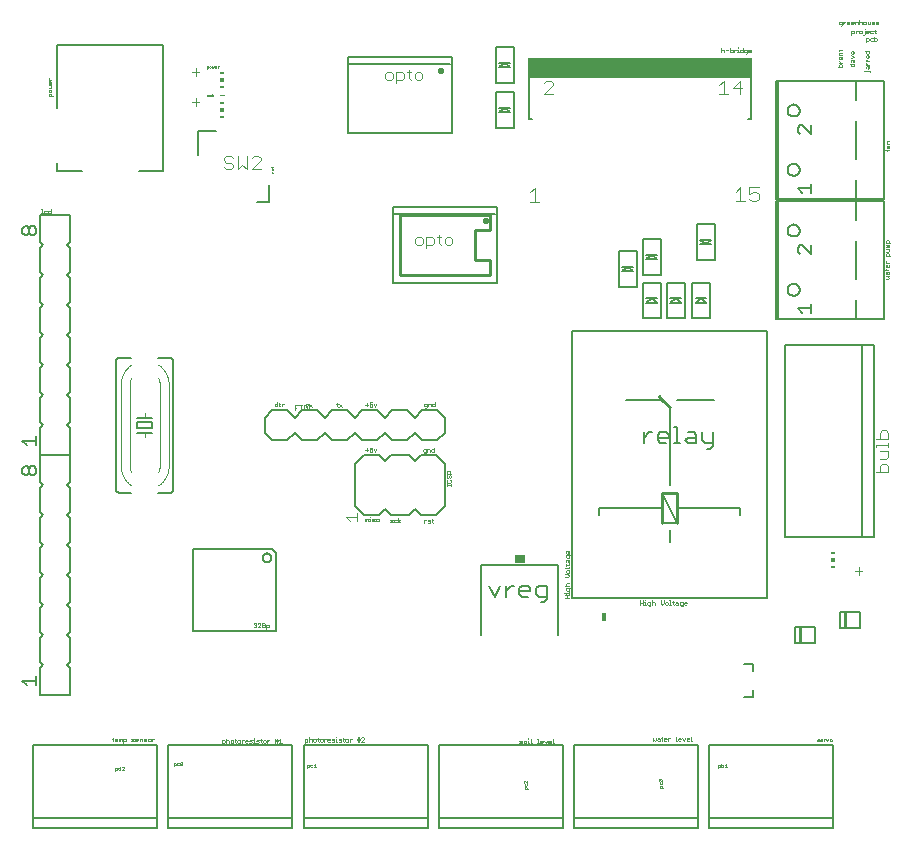
<source format=gto>
G75*
%MOIN*%
%OFA0B0*%
%FSLAX25Y25*%
%IPPOS*%
%LPD*%
%AMOC8*
5,1,8,0,0,1.08239X$1,22.5*
%
%ADD10C,0.00100*%
%ADD11C,0.01000*%
%ADD12C,0.00300*%
%ADD13C,0.00500*%
%ADD14C,0.00400*%
%ADD15C,0.00200*%
%ADD16C,0.00000*%
%ADD17C,0.00600*%
%ADD18R,0.74606X0.06594*%
%ADD19C,0.00800*%
%ADD20C,0.02174*%
%ADD21R,0.01600X0.02800*%
%ADD22R,0.01181X0.00591*%
%ADD23R,0.01181X0.01181*%
%ADD24R,0.03400X0.03000*%
D10*
X0033450Y0031584D02*
X0033684Y0031350D01*
X0033450Y0031584D02*
X0033450Y0032518D01*
X0033217Y0032284D02*
X0033684Y0032284D01*
X0034137Y0032051D02*
X0034371Y0032284D01*
X0034838Y0032284D01*
X0035072Y0032051D01*
X0035072Y0031817D01*
X0034137Y0031817D01*
X0034137Y0031584D02*
X0034137Y0032051D01*
X0034137Y0031584D02*
X0034371Y0031350D01*
X0034838Y0031350D01*
X0035519Y0031350D02*
X0035519Y0032284D01*
X0035752Y0032284D01*
X0035986Y0032051D01*
X0036219Y0032284D01*
X0036453Y0032051D01*
X0036453Y0031350D01*
X0036900Y0031350D02*
X0037600Y0031350D01*
X0037834Y0031584D01*
X0037834Y0032051D01*
X0037600Y0032284D01*
X0036900Y0032284D01*
X0036900Y0030883D01*
X0035986Y0031350D02*
X0035986Y0032051D01*
X0039662Y0032051D02*
X0039896Y0032284D01*
X0040596Y0032284D01*
X0041043Y0032051D02*
X0041277Y0032284D01*
X0041744Y0032284D01*
X0041977Y0032051D01*
X0041977Y0031817D01*
X0041043Y0031817D01*
X0041043Y0031584D02*
X0041043Y0032051D01*
X0041043Y0031584D02*
X0041277Y0031350D01*
X0041744Y0031350D01*
X0042424Y0031350D02*
X0042424Y0032284D01*
X0043125Y0032284D01*
X0043359Y0032051D01*
X0043359Y0031350D01*
X0043806Y0031350D02*
X0044506Y0031350D01*
X0044740Y0031584D01*
X0044506Y0031817D01*
X0044039Y0031817D01*
X0043806Y0032051D01*
X0044039Y0032284D01*
X0044740Y0032284D01*
X0045187Y0032051D02*
X0045187Y0031584D01*
X0045420Y0031350D01*
X0045887Y0031350D01*
X0046121Y0031584D01*
X0046121Y0032051D01*
X0045887Y0032284D01*
X0045420Y0032284D01*
X0045187Y0032051D01*
X0046568Y0032284D02*
X0046568Y0031350D01*
X0046568Y0031817D02*
X0047035Y0032284D01*
X0047269Y0032284D01*
X0040596Y0031584D02*
X0040363Y0031817D01*
X0039896Y0031817D01*
X0039662Y0032051D01*
X0039662Y0031350D02*
X0040363Y0031350D01*
X0040596Y0031584D01*
X0069999Y0031814D02*
X0069999Y0030413D01*
X0069999Y0030880D02*
X0070700Y0030880D01*
X0070933Y0031114D01*
X0070933Y0031581D01*
X0070700Y0031814D01*
X0069999Y0031814D01*
X0071381Y0031581D02*
X0071614Y0031814D01*
X0072081Y0031814D01*
X0072315Y0031581D01*
X0072315Y0030880D01*
X0072762Y0031114D02*
X0072995Y0030880D01*
X0073462Y0030880D01*
X0073696Y0031114D01*
X0073696Y0031581D01*
X0073462Y0031814D01*
X0072995Y0031814D01*
X0072762Y0031581D01*
X0072762Y0031114D01*
X0071381Y0030880D02*
X0071381Y0032281D01*
X0074143Y0031814D02*
X0074610Y0031814D01*
X0074376Y0032048D02*
X0074376Y0031114D01*
X0074610Y0030880D01*
X0075064Y0031114D02*
X0075297Y0030880D01*
X0075764Y0030880D01*
X0075998Y0031114D01*
X0075998Y0031581D01*
X0075764Y0031814D01*
X0075297Y0031814D01*
X0075064Y0031581D01*
X0075064Y0031114D01*
X0076445Y0031347D02*
X0076912Y0031814D01*
X0077145Y0031814D01*
X0077596Y0031581D02*
X0077829Y0031814D01*
X0078296Y0031814D01*
X0078530Y0031581D01*
X0078530Y0031347D01*
X0077596Y0031347D01*
X0077596Y0031114D02*
X0077596Y0031581D01*
X0077596Y0031114D02*
X0077829Y0030880D01*
X0078296Y0030880D01*
X0078977Y0030880D02*
X0079678Y0030880D01*
X0079911Y0031114D01*
X0079678Y0031347D01*
X0079211Y0031347D01*
X0078977Y0031581D01*
X0079211Y0031814D01*
X0079911Y0031814D01*
X0080358Y0031814D02*
X0080592Y0031814D01*
X0080592Y0030880D01*
X0080825Y0030880D02*
X0080358Y0030880D01*
X0081279Y0030880D02*
X0081980Y0030880D01*
X0082213Y0031114D01*
X0081980Y0031347D01*
X0081512Y0031347D01*
X0081279Y0031581D01*
X0081512Y0031814D01*
X0082213Y0031814D01*
X0082660Y0031814D02*
X0083127Y0031814D01*
X0082894Y0032048D02*
X0082894Y0031114D01*
X0083127Y0030880D01*
X0083581Y0031114D02*
X0083814Y0030880D01*
X0084281Y0030880D01*
X0084515Y0031114D01*
X0084515Y0031581D01*
X0084281Y0031814D01*
X0083814Y0031814D01*
X0083581Y0031581D01*
X0083581Y0031114D01*
X0084962Y0031347D02*
X0085429Y0031814D01*
X0085663Y0031814D01*
X0084962Y0031814D02*
X0084962Y0030880D01*
X0087494Y0031347D02*
X0088428Y0031347D01*
X0088428Y0031814D02*
X0088195Y0031814D01*
X0087494Y0031814D01*
X0087728Y0032281D02*
X0087728Y0030880D01*
X0088195Y0030880D02*
X0088195Y0032281D01*
X0088875Y0031814D02*
X0089342Y0032281D01*
X0089342Y0030880D01*
X0088875Y0030880D02*
X0089810Y0030880D01*
X0097487Y0030843D02*
X0097487Y0032244D01*
X0098187Y0032244D01*
X0098421Y0032011D01*
X0098421Y0031544D01*
X0098187Y0031310D01*
X0097487Y0031310D01*
X0098868Y0031310D02*
X0098868Y0032711D01*
X0099101Y0032244D02*
X0099568Y0032244D01*
X0099802Y0032011D01*
X0099802Y0031310D01*
X0100249Y0031544D02*
X0100483Y0031310D01*
X0100950Y0031310D01*
X0101183Y0031544D01*
X0101183Y0032011D01*
X0100950Y0032244D01*
X0100483Y0032244D01*
X0100249Y0032011D01*
X0100249Y0031544D01*
X0099101Y0032244D02*
X0098868Y0032011D01*
X0101630Y0032244D02*
X0102097Y0032244D01*
X0101864Y0032478D02*
X0101864Y0031544D01*
X0102097Y0031310D01*
X0102551Y0031544D02*
X0102784Y0031310D01*
X0103252Y0031310D01*
X0103485Y0031544D01*
X0103485Y0032011D01*
X0103252Y0032244D01*
X0102784Y0032244D01*
X0102551Y0032011D01*
X0102551Y0031544D01*
X0103932Y0031777D02*
X0104399Y0032244D01*
X0104633Y0032244D01*
X0105083Y0032011D02*
X0105317Y0032244D01*
X0105784Y0032244D01*
X0106017Y0032011D01*
X0106017Y0031777D01*
X0105083Y0031777D01*
X0105083Y0031544D02*
X0105083Y0032011D01*
X0105083Y0031544D02*
X0105317Y0031310D01*
X0105784Y0031310D01*
X0106464Y0031310D02*
X0107165Y0031310D01*
X0107398Y0031544D01*
X0107165Y0031777D01*
X0106698Y0031777D01*
X0106464Y0032011D01*
X0106698Y0032244D01*
X0107398Y0032244D01*
X0107845Y0032244D02*
X0108079Y0032244D01*
X0108079Y0031310D01*
X0107845Y0031310D02*
X0108313Y0031310D01*
X0108766Y0031310D02*
X0109467Y0031310D01*
X0109700Y0031544D01*
X0109467Y0031777D01*
X0109000Y0031777D01*
X0108766Y0032011D01*
X0109000Y0032244D01*
X0109700Y0032244D01*
X0110147Y0032244D02*
X0110614Y0032244D01*
X0110381Y0032478D02*
X0110381Y0031544D01*
X0110614Y0031310D01*
X0111068Y0031544D02*
X0111302Y0031310D01*
X0111769Y0031310D01*
X0112002Y0031544D01*
X0112002Y0032011D01*
X0111769Y0032244D01*
X0111302Y0032244D01*
X0111068Y0032011D01*
X0111068Y0031544D01*
X0112449Y0031777D02*
X0112916Y0032244D01*
X0113150Y0032244D01*
X0112449Y0032244D02*
X0112449Y0031310D01*
X0114982Y0031777D02*
X0115916Y0031777D01*
X0115916Y0032244D02*
X0115682Y0032244D01*
X0114982Y0032244D01*
X0115215Y0032711D02*
X0115215Y0031310D01*
X0115682Y0031310D02*
X0115682Y0032711D01*
X0116363Y0032478D02*
X0116596Y0032711D01*
X0117063Y0032711D01*
X0117297Y0032478D01*
X0117297Y0032244D01*
X0116363Y0031310D01*
X0117297Y0031310D01*
X0108079Y0032711D02*
X0108079Y0032945D01*
X0103932Y0032244D02*
X0103932Y0031310D01*
X0080592Y0032281D02*
X0080592Y0032515D01*
X0076445Y0031814D02*
X0076445Y0030880D01*
X0080655Y0069340D02*
X0080422Y0069574D01*
X0080655Y0069340D02*
X0081123Y0069340D01*
X0081356Y0069574D01*
X0081356Y0069807D01*
X0081123Y0070041D01*
X0080889Y0070041D01*
X0081123Y0070041D02*
X0081356Y0070274D01*
X0081356Y0070508D01*
X0081123Y0070741D01*
X0080655Y0070741D01*
X0080422Y0070508D01*
X0081803Y0070508D02*
X0082037Y0070741D01*
X0082504Y0070741D01*
X0082737Y0070508D01*
X0082737Y0070274D01*
X0081803Y0069340D01*
X0082737Y0069340D01*
X0083184Y0069574D02*
X0083184Y0069807D01*
X0083418Y0070041D01*
X0083885Y0070041D01*
X0084118Y0069807D01*
X0084118Y0069574D01*
X0083885Y0069340D01*
X0083418Y0069340D01*
X0083184Y0069574D01*
X0083418Y0070041D02*
X0083184Y0070274D01*
X0083184Y0070508D01*
X0083418Y0070741D01*
X0083885Y0070741D01*
X0084118Y0070508D01*
X0084118Y0070274D01*
X0083885Y0070041D01*
X0084565Y0070274D02*
X0084565Y0068873D01*
X0084565Y0069340D02*
X0085266Y0069340D01*
X0085500Y0069574D01*
X0085500Y0070041D01*
X0085266Y0070274D01*
X0084565Y0070274D01*
X0117547Y0104670D02*
X0117547Y0105604D01*
X0117780Y0105604D01*
X0118014Y0105371D01*
X0118247Y0105604D01*
X0118481Y0105371D01*
X0118481Y0104670D01*
X0118928Y0104670D02*
X0119395Y0104670D01*
X0119161Y0104670D02*
X0119161Y0105604D01*
X0118928Y0105604D01*
X0119161Y0106071D02*
X0119161Y0106305D01*
X0120082Y0105604D02*
X0120783Y0105604D01*
X0121230Y0105371D02*
X0121230Y0104904D01*
X0121463Y0104670D01*
X0121930Y0104670D01*
X0122164Y0104904D01*
X0122164Y0105371D01*
X0121930Y0105604D01*
X0121463Y0105604D01*
X0121230Y0105371D01*
X0120783Y0104904D02*
X0120549Y0105137D01*
X0120082Y0105137D01*
X0119849Y0105371D01*
X0120082Y0105604D01*
X0119849Y0104670D02*
X0120549Y0104670D01*
X0120783Y0104904D01*
X0118014Y0104670D02*
X0118014Y0105371D01*
X0125933Y0105041D02*
X0126167Y0105274D01*
X0126867Y0105274D01*
X0127314Y0105041D02*
X0127314Y0104574D01*
X0127548Y0104340D01*
X0128249Y0104340D01*
X0128696Y0104340D02*
X0128696Y0105741D01*
X0128249Y0105274D02*
X0127548Y0105274D01*
X0127314Y0105041D01*
X0126867Y0104574D02*
X0126634Y0104807D01*
X0126167Y0104807D01*
X0125933Y0105041D01*
X0125933Y0104340D02*
X0126634Y0104340D01*
X0126867Y0104574D01*
X0128696Y0104807D02*
X0129396Y0105274D01*
X0128696Y0104807D02*
X0129396Y0104340D01*
X0137274Y0104290D02*
X0137274Y0105224D01*
X0137741Y0105224D02*
X0137974Y0105224D01*
X0137741Y0105224D02*
X0137274Y0104757D01*
X0138425Y0104991D02*
X0138658Y0105224D01*
X0139359Y0105224D01*
X0139806Y0105224D02*
X0140273Y0105224D01*
X0140039Y0105458D02*
X0140039Y0104524D01*
X0140273Y0104290D01*
X0139359Y0104524D02*
X0139125Y0104757D01*
X0138658Y0104757D01*
X0138425Y0104991D01*
X0138425Y0104290D02*
X0139125Y0104290D01*
X0139359Y0104524D01*
X0144825Y0116640D02*
X0144825Y0117140D01*
X0144825Y0116890D02*
X0146327Y0116890D01*
X0146327Y0116640D02*
X0146327Y0117140D01*
X0146076Y0117622D02*
X0146327Y0117872D01*
X0146327Y0118373D01*
X0146076Y0118623D01*
X0146076Y0119095D02*
X0146327Y0119346D01*
X0146327Y0119846D01*
X0146076Y0120096D01*
X0145826Y0120096D01*
X0145576Y0119846D01*
X0145576Y0119346D01*
X0145326Y0119095D01*
X0145076Y0119095D01*
X0144825Y0119346D01*
X0144825Y0119846D01*
X0145076Y0120096D01*
X0144825Y0120569D02*
X0144825Y0121319D01*
X0145076Y0121570D01*
X0145576Y0121570D01*
X0145826Y0121319D01*
X0145826Y0120569D01*
X0146327Y0120569D02*
X0144825Y0120569D01*
X0145076Y0118623D02*
X0144825Y0118373D01*
X0144825Y0117872D01*
X0145076Y0117622D01*
X0146076Y0117622D01*
X0140563Y0127870D02*
X0139863Y0127870D01*
X0139629Y0128104D01*
X0139629Y0128571D01*
X0139863Y0128804D01*
X0140563Y0128804D01*
X0140563Y0129271D02*
X0140563Y0127870D01*
X0139182Y0127870D02*
X0139182Y0128571D01*
X0138948Y0128804D01*
X0138248Y0128804D01*
X0138248Y0127870D01*
X0137801Y0127870D02*
X0137100Y0127870D01*
X0136867Y0128104D01*
X0136867Y0128571D01*
X0137100Y0128804D01*
X0137801Y0128804D01*
X0137801Y0127636D01*
X0137567Y0127403D01*
X0137334Y0127403D01*
X0137644Y0142583D02*
X0137877Y0142583D01*
X0138111Y0142816D01*
X0138111Y0143984D01*
X0137410Y0143984D01*
X0137177Y0143751D01*
X0137177Y0143284D01*
X0137410Y0143050D01*
X0138111Y0143050D01*
X0138558Y0143050D02*
X0138558Y0143984D01*
X0139258Y0143984D01*
X0139492Y0143751D01*
X0139492Y0143050D01*
X0139939Y0143284D02*
X0139939Y0143751D01*
X0140173Y0143984D01*
X0140873Y0143984D01*
X0140873Y0144451D02*
X0140873Y0143050D01*
X0140173Y0143050D01*
X0139939Y0143284D01*
X0121413Y0143864D02*
X0120946Y0142930D01*
X0120479Y0143864D01*
X0120032Y0143631D02*
X0120032Y0143164D01*
X0119798Y0142930D01*
X0119331Y0142930D01*
X0119098Y0143164D01*
X0119098Y0143631D02*
X0119565Y0143864D01*
X0119798Y0143864D01*
X0120032Y0143631D01*
X0120032Y0144331D02*
X0119098Y0144331D01*
X0119098Y0143631D01*
X0118651Y0143631D02*
X0117717Y0143631D01*
X0118184Y0144098D02*
X0118184Y0143164D01*
X0109872Y0142930D02*
X0108937Y0143864D01*
X0108484Y0143864D02*
X0108017Y0143864D01*
X0108250Y0144098D02*
X0108250Y0143164D01*
X0108484Y0142930D01*
X0108937Y0142930D02*
X0109872Y0143864D01*
X0099862Y0143804D02*
X0098928Y0142870D01*
X0098887Y0143351D02*
X0098887Y0141850D01*
X0099137Y0141850D02*
X0098636Y0141850D01*
X0098164Y0142100D02*
X0098164Y0143101D01*
X0097914Y0143351D01*
X0097163Y0143351D01*
X0097163Y0141850D01*
X0097914Y0141850D01*
X0098164Y0142100D01*
X0097777Y0142870D02*
X0097777Y0143804D01*
X0098244Y0143804D02*
X0098477Y0143804D01*
X0098244Y0143804D02*
X0097777Y0143337D01*
X0098636Y0143351D02*
X0099137Y0143351D01*
X0098928Y0143804D02*
X0099862Y0142870D01*
X0096691Y0143351D02*
X0095690Y0143351D01*
X0095218Y0143351D02*
X0094217Y0143351D01*
X0094217Y0141850D01*
X0094217Y0142601D02*
X0094717Y0142601D01*
X0096190Y0143351D02*
X0096190Y0141850D01*
X0090469Y0143924D02*
X0090236Y0143924D01*
X0089769Y0143457D01*
X0089769Y0142990D02*
X0089769Y0143924D01*
X0089315Y0143924D02*
X0088848Y0143924D01*
X0089081Y0144158D02*
X0089081Y0143224D01*
X0089315Y0142990D01*
X0088401Y0142990D02*
X0087700Y0142990D01*
X0087467Y0143224D01*
X0087467Y0143691D01*
X0087700Y0143924D01*
X0088401Y0143924D01*
X0088401Y0144391D02*
X0088401Y0142990D01*
X0117717Y0128571D02*
X0118651Y0128571D01*
X0119098Y0128571D02*
X0119565Y0128804D01*
X0119798Y0128804D01*
X0120032Y0128571D01*
X0120032Y0128104D01*
X0119798Y0127870D01*
X0119331Y0127870D01*
X0119098Y0128104D01*
X0119098Y0128571D02*
X0119098Y0129271D01*
X0120032Y0129271D01*
X0120479Y0128804D02*
X0120946Y0127870D01*
X0121413Y0128804D01*
X0118184Y0129038D02*
X0118184Y0128104D01*
X0184716Y0094654D02*
X0184966Y0094904D01*
X0185216Y0094904D01*
X0185216Y0093903D01*
X0184966Y0093903D02*
X0184716Y0094154D01*
X0184716Y0094654D01*
X0184966Y0093903D02*
X0185466Y0093903D01*
X0185717Y0094154D01*
X0185717Y0094654D01*
X0185717Y0093431D02*
X0185717Y0092680D01*
X0185466Y0092430D01*
X0184966Y0092430D01*
X0184716Y0092680D01*
X0184716Y0093431D01*
X0185967Y0093431D01*
X0186217Y0093181D01*
X0186217Y0092931D01*
X0185717Y0091958D02*
X0185717Y0091207D01*
X0185466Y0090957D01*
X0185216Y0091207D01*
X0185216Y0091958D01*
X0184966Y0091958D02*
X0185717Y0091958D01*
X0184966Y0091958D02*
X0184716Y0091708D01*
X0184716Y0091207D01*
X0184716Y0090475D02*
X0184716Y0089975D01*
X0184466Y0090225D02*
X0185466Y0090225D01*
X0185717Y0090475D01*
X0185717Y0089493D02*
X0185717Y0088993D01*
X0185717Y0089243D02*
X0184215Y0089243D01*
X0184215Y0088993D01*
X0184716Y0088270D02*
X0184716Y0087770D01*
X0184966Y0087519D01*
X0185466Y0087519D01*
X0185717Y0087770D01*
X0185717Y0088270D01*
X0185466Y0088520D01*
X0184966Y0088520D01*
X0184716Y0088270D01*
X0185216Y0087047D02*
X0184215Y0087047D01*
X0184215Y0086046D02*
X0185216Y0086046D01*
X0185717Y0086546D01*
X0185216Y0087047D01*
X0184966Y0084100D02*
X0185717Y0084100D01*
X0184966Y0084100D02*
X0184716Y0083850D01*
X0184716Y0083350D01*
X0184966Y0083100D01*
X0184716Y0082627D02*
X0184716Y0081877D01*
X0184966Y0081626D01*
X0185466Y0081626D01*
X0185717Y0081877D01*
X0185717Y0082627D01*
X0185967Y0082627D02*
X0184716Y0082627D01*
X0184215Y0083100D02*
X0185717Y0083100D01*
X0185967Y0082627D02*
X0186217Y0082377D01*
X0186217Y0082127D01*
X0185717Y0081145D02*
X0185717Y0080644D01*
X0185717Y0080894D02*
X0184716Y0080894D01*
X0184716Y0080644D01*
X0184966Y0080172D02*
X0184966Y0079171D01*
X0185717Y0079171D02*
X0184215Y0079171D01*
X0184215Y0080172D02*
X0185717Y0080172D01*
X0184215Y0080894D02*
X0183965Y0080894D01*
X0209217Y0078351D02*
X0209217Y0076850D01*
X0209217Y0077601D02*
X0210218Y0077601D01*
X0210690Y0077851D02*
X0210940Y0077851D01*
X0210940Y0076850D01*
X0210690Y0076850D02*
X0211190Y0076850D01*
X0211672Y0077100D02*
X0211922Y0076850D01*
X0212673Y0076850D01*
X0212673Y0076600D02*
X0212673Y0077851D01*
X0211922Y0077851D01*
X0211672Y0077601D01*
X0211672Y0077100D01*
X0212173Y0076350D02*
X0212423Y0076350D01*
X0212673Y0076600D01*
X0213145Y0076850D02*
X0213145Y0078351D01*
X0213396Y0077851D02*
X0213896Y0077851D01*
X0214146Y0077601D01*
X0214146Y0076850D01*
X0213396Y0077851D02*
X0213145Y0077601D01*
X0210940Y0078351D02*
X0210940Y0078601D01*
X0210218Y0078351D02*
X0210218Y0076850D01*
X0216092Y0077350D02*
X0216592Y0076850D01*
X0217093Y0077350D01*
X0217093Y0078351D01*
X0217815Y0077851D02*
X0217565Y0077601D01*
X0217565Y0077100D01*
X0217815Y0076850D01*
X0218316Y0076850D01*
X0218566Y0077100D01*
X0218566Y0077601D01*
X0218316Y0077851D01*
X0217815Y0077851D01*
X0219038Y0078351D02*
X0219289Y0078351D01*
X0219289Y0076850D01*
X0219539Y0076850D02*
X0219038Y0076850D01*
X0220271Y0077100D02*
X0220521Y0076850D01*
X0220271Y0077100D02*
X0220271Y0078101D01*
X0220021Y0077851D02*
X0220521Y0077851D01*
X0221253Y0077851D02*
X0221753Y0077851D01*
X0222004Y0077601D01*
X0222004Y0076850D01*
X0221253Y0076850D01*
X0221003Y0077100D01*
X0221253Y0077350D01*
X0222004Y0077350D01*
X0222476Y0077100D02*
X0222726Y0076850D01*
X0223477Y0076850D01*
X0223477Y0076600D02*
X0223477Y0077851D01*
X0222726Y0077851D01*
X0222476Y0077601D01*
X0222476Y0077100D01*
X0222976Y0076350D02*
X0223227Y0076350D01*
X0223477Y0076600D01*
X0223949Y0077100D02*
X0223949Y0077601D01*
X0224199Y0077851D01*
X0224700Y0077851D01*
X0224950Y0077601D01*
X0224950Y0077350D01*
X0223949Y0077350D01*
X0223949Y0077100D02*
X0224199Y0076850D01*
X0224700Y0076850D01*
X0216092Y0077350D02*
X0216092Y0078351D01*
X0216493Y0032698D02*
X0216493Y0031764D01*
X0216726Y0031530D01*
X0217180Y0031764D02*
X0217180Y0032231D01*
X0217413Y0032464D01*
X0217880Y0032464D01*
X0218114Y0032231D01*
X0218114Y0031997D01*
X0217180Y0031997D01*
X0217180Y0031764D02*
X0217413Y0031530D01*
X0217880Y0031530D01*
X0218561Y0031530D02*
X0218561Y0032464D01*
X0218561Y0031997D02*
X0219028Y0032464D01*
X0219262Y0032464D01*
X0221093Y0032931D02*
X0221327Y0032931D01*
X0221327Y0031530D01*
X0221560Y0031530D02*
X0221093Y0031530D01*
X0222014Y0031764D02*
X0222014Y0032231D01*
X0222247Y0032464D01*
X0222714Y0032464D01*
X0222948Y0032231D01*
X0222948Y0031997D01*
X0222014Y0031997D01*
X0222014Y0031764D02*
X0222247Y0031530D01*
X0222714Y0031530D01*
X0223862Y0031530D02*
X0224329Y0032464D01*
X0224776Y0032231D02*
X0225010Y0032464D01*
X0225477Y0032464D01*
X0225710Y0032231D01*
X0225710Y0031997D01*
X0224776Y0031997D01*
X0224776Y0031764D02*
X0224776Y0032231D01*
X0224776Y0031764D02*
X0225010Y0031530D01*
X0225477Y0031530D01*
X0226157Y0031530D02*
X0226624Y0031530D01*
X0226391Y0031530D02*
X0226391Y0032931D01*
X0226157Y0032931D01*
X0223862Y0031530D02*
X0223395Y0032464D01*
X0216726Y0032464D02*
X0216259Y0032464D01*
X0215812Y0032231D02*
X0215812Y0031530D01*
X0215111Y0031530D01*
X0214878Y0031764D01*
X0215111Y0031997D01*
X0215812Y0031997D01*
X0215812Y0032231D02*
X0215578Y0032464D01*
X0215111Y0032464D01*
X0214431Y0032464D02*
X0214431Y0031764D01*
X0214197Y0031530D01*
X0213964Y0031764D01*
X0213730Y0031530D01*
X0213497Y0031764D01*
X0213497Y0032464D01*
X0180593Y0030700D02*
X0180126Y0030700D01*
X0180360Y0030700D02*
X0180360Y0032101D01*
X0180126Y0032101D01*
X0179445Y0031634D02*
X0179679Y0031401D01*
X0179679Y0031167D01*
X0178745Y0031167D01*
X0178745Y0030934D02*
X0178745Y0031401D01*
X0178978Y0031634D01*
X0179445Y0031634D01*
X0179445Y0030700D02*
X0178978Y0030700D01*
X0178745Y0030934D01*
X0178298Y0031634D02*
X0177831Y0030700D01*
X0177364Y0031634D01*
X0176917Y0031401D02*
X0176917Y0031167D01*
X0175983Y0031167D01*
X0175983Y0030934D02*
X0175983Y0031401D01*
X0176216Y0031634D01*
X0176683Y0031634D01*
X0176917Y0031401D01*
X0176683Y0030700D02*
X0176216Y0030700D01*
X0175983Y0030934D01*
X0175529Y0030700D02*
X0175062Y0030700D01*
X0175295Y0030700D02*
X0175295Y0032101D01*
X0175062Y0032101D01*
X0172993Y0032101D02*
X0172993Y0030700D01*
X0172760Y0030700D02*
X0173227Y0030700D01*
X0172306Y0030700D02*
X0171839Y0030700D01*
X0172073Y0030700D02*
X0172073Y0031634D01*
X0171839Y0031634D01*
X0171392Y0031401D02*
X0171158Y0031634D01*
X0170691Y0031634D01*
X0170458Y0031401D01*
X0170458Y0030934D01*
X0170691Y0030700D01*
X0171158Y0030700D01*
X0171392Y0030934D01*
X0171392Y0031401D01*
X0172073Y0032101D02*
X0172073Y0032335D01*
X0172760Y0032101D02*
X0172993Y0032101D01*
X0170011Y0031634D02*
X0169310Y0031634D01*
X0169077Y0031401D01*
X0169310Y0031167D01*
X0169777Y0031167D01*
X0170011Y0030934D01*
X0169777Y0030700D01*
X0169077Y0030700D01*
X0291263Y0185650D02*
X0291963Y0185650D01*
X0292197Y0185884D01*
X0291963Y0186117D01*
X0292197Y0186351D01*
X0291963Y0186584D01*
X0291263Y0186584D01*
X0291263Y0187265D02*
X0291263Y0187732D01*
X0291496Y0187965D01*
X0292197Y0187965D01*
X0292197Y0187265D01*
X0291963Y0187031D01*
X0291730Y0187265D01*
X0291730Y0187965D01*
X0291263Y0188412D02*
X0291263Y0188879D01*
X0291029Y0188646D02*
X0291963Y0188646D01*
X0292197Y0188879D01*
X0291963Y0189333D02*
X0291496Y0189333D01*
X0291263Y0189567D01*
X0291263Y0190034D01*
X0291496Y0190267D01*
X0291730Y0190267D01*
X0291730Y0189333D01*
X0291963Y0189333D02*
X0292197Y0189567D01*
X0292197Y0190034D01*
X0292197Y0190714D02*
X0291263Y0190714D01*
X0291730Y0190714D02*
X0291263Y0191181D01*
X0291263Y0191415D01*
X0291263Y0193246D02*
X0291263Y0193947D01*
X0291496Y0194181D01*
X0291963Y0194181D01*
X0292197Y0193947D01*
X0292197Y0193246D01*
X0292664Y0193246D02*
X0291263Y0193246D01*
X0291263Y0194628D02*
X0291963Y0194628D01*
X0292197Y0194861D01*
X0292197Y0195562D01*
X0291263Y0195562D01*
X0291263Y0196009D02*
X0291263Y0196242D01*
X0291496Y0196476D01*
X0291263Y0196709D01*
X0291496Y0196943D01*
X0292197Y0196943D01*
X0292197Y0197390D02*
X0292197Y0198091D01*
X0291963Y0198324D01*
X0291496Y0198324D01*
X0291263Y0198091D01*
X0291263Y0197390D01*
X0292664Y0197390D01*
X0292197Y0196476D02*
X0291496Y0196476D01*
X0291263Y0196009D02*
X0292197Y0196009D01*
X0291716Y0228110D02*
X0291716Y0228577D01*
X0291249Y0228344D02*
X0291015Y0228577D01*
X0291249Y0228344D02*
X0292417Y0228344D01*
X0292183Y0229031D02*
X0291950Y0229264D01*
X0291950Y0229965D01*
X0291716Y0229965D02*
X0292417Y0229965D01*
X0292417Y0229264D01*
X0292183Y0229031D01*
X0291483Y0229264D02*
X0291483Y0229731D01*
X0291716Y0229965D01*
X0291483Y0230412D02*
X0291483Y0231113D01*
X0291716Y0231346D01*
X0292417Y0231346D01*
X0292417Y0230412D02*
X0291483Y0230412D01*
X0246095Y0261050D02*
X0245628Y0261050D01*
X0245394Y0261284D01*
X0245394Y0261751D01*
X0245628Y0261984D01*
X0246095Y0261984D01*
X0246328Y0261751D01*
X0246328Y0261517D01*
X0245394Y0261517D01*
X0244947Y0261050D02*
X0244247Y0261050D01*
X0244013Y0261284D01*
X0244013Y0261751D01*
X0244247Y0261984D01*
X0244947Y0261984D01*
X0244947Y0260816D01*
X0244714Y0260583D01*
X0244480Y0260583D01*
X0243566Y0261050D02*
X0242865Y0261050D01*
X0242632Y0261284D01*
X0242632Y0261751D01*
X0242865Y0261984D01*
X0243566Y0261984D01*
X0243566Y0262451D02*
X0243566Y0261050D01*
X0242178Y0261050D02*
X0241711Y0261050D01*
X0241945Y0261050D02*
X0241945Y0261984D01*
X0241711Y0261984D01*
X0241261Y0261984D02*
X0241027Y0261984D01*
X0240560Y0261517D01*
X0240560Y0261050D02*
X0240560Y0261984D01*
X0240113Y0261751D02*
X0239880Y0261984D01*
X0239179Y0261984D01*
X0239179Y0262451D02*
X0239179Y0261050D01*
X0239880Y0261050D01*
X0240113Y0261284D01*
X0240113Y0261751D01*
X0238732Y0261751D02*
X0237798Y0261751D01*
X0237351Y0261751D02*
X0237351Y0261050D01*
X0237351Y0261751D02*
X0237117Y0261984D01*
X0236650Y0261984D01*
X0236417Y0261751D01*
X0236417Y0262451D02*
X0236417Y0261050D01*
X0241945Y0262451D02*
X0241945Y0262685D01*
X0013524Y0246324D02*
X0012123Y0246324D01*
X0012123Y0247025D01*
X0012356Y0247258D01*
X0012823Y0247258D01*
X0013057Y0247025D01*
X0013057Y0246324D01*
X0012823Y0247705D02*
X0013057Y0247939D01*
X0013057Y0248406D01*
X0012823Y0248640D01*
X0012356Y0248640D01*
X0012123Y0248406D01*
X0012123Y0247939D01*
X0012356Y0247705D01*
X0012823Y0247705D01*
X0012823Y0249087D02*
X0013057Y0249320D01*
X0012823Y0249554D01*
X0013057Y0249787D01*
X0012823Y0250021D01*
X0012123Y0250021D01*
X0012356Y0250468D02*
X0012123Y0250701D01*
X0012123Y0251168D01*
X0012356Y0251402D01*
X0012590Y0251402D01*
X0012590Y0250468D01*
X0012823Y0250468D02*
X0012356Y0250468D01*
X0012823Y0250468D02*
X0013057Y0250701D01*
X0013057Y0251168D01*
X0013057Y0251849D02*
X0012123Y0251849D01*
X0012590Y0251849D02*
X0012123Y0252316D01*
X0012123Y0252550D01*
X0012123Y0249087D02*
X0012823Y0249087D01*
X0012893Y0208731D02*
X0012893Y0207330D01*
X0012192Y0207330D01*
X0011959Y0207564D01*
X0011959Y0208031D01*
X0012192Y0208264D01*
X0012893Y0208264D01*
X0011512Y0208264D02*
X0010811Y0208264D01*
X0010577Y0208031D01*
X0010577Y0207564D01*
X0010811Y0207330D01*
X0011512Y0207330D01*
X0010124Y0207330D02*
X0009657Y0207330D01*
X0009890Y0207330D02*
X0009890Y0208731D01*
X0009657Y0208731D01*
D11*
X0129167Y0206800D02*
X0129167Y0186800D01*
X0159167Y0186800D01*
X0159167Y0191800D01*
X0154167Y0191800D01*
X0154167Y0201800D01*
X0159167Y0201800D01*
X0159167Y0206800D01*
X0129167Y0206800D01*
X0215467Y0146600D02*
X0216667Y0145300D01*
X0219167Y0142800D01*
X0221667Y0114300D02*
X0216667Y0114300D01*
X0216667Y0109300D01*
X0216667Y0104300D01*
X0221667Y0104300D02*
X0221667Y0109300D01*
X0221667Y0114300D01*
D12*
X0280931Y0088184D02*
X0283399Y0088184D01*
X0282165Y0086950D02*
X0282165Y0089419D01*
X0146607Y0197567D02*
X0146607Y0198802D01*
X0145990Y0199419D01*
X0144756Y0199419D01*
X0144138Y0198802D01*
X0144138Y0197567D01*
X0144756Y0196950D01*
X0145990Y0196950D01*
X0146607Y0197567D01*
X0142917Y0196950D02*
X0142300Y0197567D01*
X0142300Y0200036D01*
X0141683Y0199419D02*
X0142917Y0199419D01*
X0140469Y0198802D02*
X0140469Y0197567D01*
X0139851Y0196950D01*
X0138000Y0196950D01*
X0138000Y0195716D02*
X0138000Y0199419D01*
X0139851Y0199419D01*
X0140469Y0198802D01*
X0136785Y0198802D02*
X0136168Y0199419D01*
X0134934Y0199419D01*
X0134317Y0198802D01*
X0134317Y0197567D01*
X0134934Y0196950D01*
X0136168Y0196950D01*
X0136785Y0197567D01*
X0136785Y0198802D01*
X0128000Y0250716D02*
X0128000Y0254419D01*
X0129851Y0254419D01*
X0130469Y0253802D01*
X0130469Y0252567D01*
X0129851Y0251950D01*
X0128000Y0251950D01*
X0126785Y0252567D02*
X0126785Y0253802D01*
X0126168Y0254419D01*
X0124934Y0254419D01*
X0124317Y0253802D01*
X0124317Y0252567D01*
X0124934Y0251950D01*
X0126168Y0251950D01*
X0126785Y0252567D01*
X0131683Y0254419D02*
X0132917Y0254419D01*
X0132300Y0255036D02*
X0132300Y0252567D01*
X0132917Y0251950D01*
X0134138Y0252567D02*
X0134756Y0251950D01*
X0135990Y0251950D01*
X0136607Y0252567D01*
X0136607Y0253802D01*
X0135990Y0254419D01*
X0134756Y0254419D01*
X0134138Y0253802D01*
X0134138Y0252567D01*
X0062399Y0254501D02*
X0059931Y0254501D01*
X0061165Y0253267D02*
X0061165Y0255736D01*
X0061165Y0245736D02*
X0061165Y0243267D01*
X0059931Y0244501D02*
X0062399Y0244501D01*
X0115017Y0107419D02*
X0115017Y0104950D01*
X0115017Y0106184D02*
X0111313Y0106184D01*
X0112548Y0104950D01*
D13*
X0117167Y0106800D02*
X0122167Y0106800D01*
X0124167Y0108800D01*
X0126167Y0106800D01*
X0132167Y0106800D01*
X0134167Y0108800D01*
X0136167Y0106800D01*
X0141167Y0106800D01*
X0144167Y0109800D01*
X0144167Y0123800D01*
X0141167Y0126800D01*
X0136167Y0126800D01*
X0134167Y0124800D01*
X0132167Y0126800D01*
X0126167Y0126800D01*
X0124167Y0124800D01*
X0122167Y0126800D01*
X0117167Y0126800D01*
X0114167Y0123800D01*
X0114167Y0109800D01*
X0117167Y0106800D01*
X0158927Y0083290D02*
X0160762Y0079620D01*
X0162596Y0083290D01*
X0164451Y0083290D02*
X0164451Y0079620D01*
X0164451Y0081455D02*
X0166286Y0083290D01*
X0167204Y0083290D01*
X0169055Y0082372D02*
X0169055Y0080537D01*
X0169973Y0079620D01*
X0171808Y0079620D01*
X0172725Y0081455D02*
X0169055Y0081455D01*
X0169055Y0082372D02*
X0169973Y0083290D01*
X0171808Y0083290D01*
X0172725Y0082372D01*
X0172725Y0081455D01*
X0174580Y0082372D02*
X0174580Y0080537D01*
X0175497Y0079620D01*
X0178250Y0079620D01*
X0178250Y0078703D02*
X0178250Y0083290D01*
X0175497Y0083290D01*
X0174580Y0082372D01*
X0176415Y0077785D02*
X0177332Y0077785D01*
X0178250Y0078703D01*
X0210527Y0130750D02*
X0210527Y0134420D01*
X0212362Y0134420D02*
X0213279Y0134420D01*
X0212362Y0134420D02*
X0210527Y0132585D01*
X0215131Y0132585D02*
X0218800Y0132585D01*
X0218800Y0133502D01*
X0217883Y0134420D01*
X0216048Y0134420D01*
X0215131Y0133502D01*
X0215131Y0131667D01*
X0216048Y0130750D01*
X0217883Y0130750D01*
X0220655Y0130750D02*
X0222490Y0130750D01*
X0221573Y0130750D02*
X0221573Y0136255D01*
X0220655Y0136255D01*
X0225256Y0134420D02*
X0227091Y0134420D01*
X0228008Y0133502D01*
X0228008Y0130750D01*
X0225256Y0130750D01*
X0224338Y0131667D01*
X0225256Y0132585D01*
X0228008Y0132585D01*
X0229863Y0131667D02*
X0229863Y0134420D01*
X0229863Y0131667D02*
X0230781Y0130750D01*
X0233533Y0130750D01*
X0233533Y0129833D02*
X0232616Y0128915D01*
X0231698Y0128915D01*
X0233533Y0129833D02*
X0233533Y0134420D01*
X0232619Y0172394D02*
X0226714Y0172394D01*
X0226714Y0184206D01*
X0232619Y0184206D01*
X0232619Y0172394D01*
X0231417Y0177550D02*
X0229667Y0179050D01*
X0227917Y0177550D01*
X0231417Y0177550D01*
X0231417Y0179050D02*
X0227917Y0179050D01*
X0222917Y0179050D02*
X0219417Y0179050D01*
X0219417Y0177550D02*
X0221167Y0179050D01*
X0222917Y0177550D01*
X0219417Y0177550D01*
X0214917Y0177550D02*
X0213167Y0179050D01*
X0211417Y0177550D01*
X0214917Y0177550D01*
X0214917Y0179050D02*
X0211417Y0179050D01*
X0208119Y0182894D02*
X0202214Y0182894D01*
X0202214Y0194706D01*
X0208119Y0194706D01*
X0208119Y0182894D01*
X0210214Y0184206D02*
X0210214Y0172394D01*
X0216119Y0172394D01*
X0216119Y0184206D01*
X0210214Y0184206D01*
X0210214Y0186894D02*
X0210214Y0198706D01*
X0216119Y0198706D01*
X0216119Y0186894D01*
X0210214Y0186894D01*
X0206917Y0188050D02*
X0205167Y0189550D01*
X0203417Y0188050D01*
X0206917Y0188050D01*
X0206917Y0189550D02*
X0203417Y0189550D01*
X0211417Y0192050D02*
X0213167Y0193550D01*
X0214917Y0192050D01*
X0211417Y0192050D01*
X0211417Y0193550D02*
X0214917Y0193550D01*
X0218214Y0184206D02*
X0218214Y0172394D01*
X0224119Y0172394D01*
X0224119Y0184206D01*
X0218214Y0184206D01*
X0228214Y0191894D02*
X0228214Y0203706D01*
X0234119Y0203706D01*
X0234119Y0191894D01*
X0228214Y0191894D01*
X0229417Y0197050D02*
X0232917Y0197050D01*
X0232917Y0198550D02*
X0231167Y0197050D01*
X0229417Y0198550D01*
X0232917Y0198550D01*
X0261913Y0195959D02*
X0261913Y0194458D01*
X0262663Y0193707D01*
X0261913Y0195959D02*
X0262663Y0196710D01*
X0263414Y0196710D01*
X0266417Y0193707D01*
X0266417Y0196710D01*
X0266417Y0214207D02*
X0266417Y0217210D01*
X0266417Y0215709D02*
X0261913Y0215709D01*
X0263414Y0214207D01*
X0262663Y0233707D02*
X0261913Y0234458D01*
X0261913Y0235959D01*
X0262663Y0236710D01*
X0263414Y0236710D01*
X0266417Y0233707D01*
X0266417Y0236710D01*
X0266417Y0177210D02*
X0266417Y0174207D01*
X0266417Y0175709D02*
X0261913Y0175709D01*
X0263414Y0174207D01*
X0167119Y0235894D02*
X0161214Y0235894D01*
X0161214Y0247706D01*
X0167119Y0247706D01*
X0167119Y0235894D01*
X0165917Y0241050D02*
X0164167Y0242550D01*
X0162417Y0241050D01*
X0165917Y0241050D01*
X0165917Y0242550D02*
X0162417Y0242550D01*
X0161214Y0250894D02*
X0161214Y0262706D01*
X0167119Y0262706D01*
X0167119Y0250894D01*
X0161214Y0250894D01*
X0162417Y0256050D02*
X0164167Y0257550D01*
X0165917Y0256050D01*
X0162417Y0256050D01*
X0162417Y0257550D02*
X0165917Y0257550D01*
X0085517Y0216800D02*
X0085517Y0211100D01*
X0081667Y0211100D01*
X0061917Y0226800D02*
X0061917Y0234750D01*
X0061915Y0234750D01*
X0061917Y0234750D02*
X0068017Y0234750D01*
X0007917Y0202302D02*
X0007917Y0200801D01*
X0007166Y0200050D01*
X0006415Y0200050D01*
X0005665Y0200801D01*
X0005665Y0202302D01*
X0006415Y0203053D01*
X0007166Y0203053D01*
X0007917Y0202302D01*
X0005665Y0202302D02*
X0004914Y0203053D01*
X0004163Y0203053D01*
X0003413Y0202302D01*
X0003413Y0200801D01*
X0004163Y0200050D01*
X0004914Y0200050D01*
X0005665Y0200801D01*
X0007917Y0133053D02*
X0007917Y0130050D01*
X0007917Y0131551D02*
X0003413Y0131551D01*
X0004914Y0130050D01*
X0004914Y0123053D02*
X0005665Y0122302D01*
X0005665Y0120801D01*
X0004914Y0120050D01*
X0004163Y0120050D01*
X0003413Y0120801D01*
X0003413Y0122302D01*
X0004163Y0123053D01*
X0004914Y0123053D01*
X0005665Y0122302D02*
X0006415Y0123053D01*
X0007166Y0123053D01*
X0007917Y0122302D01*
X0007917Y0120801D01*
X0007166Y0120050D01*
X0006415Y0120050D01*
X0005665Y0120801D01*
X0007917Y0053053D02*
X0007917Y0050050D01*
X0007917Y0051551D02*
X0003413Y0051551D01*
X0004914Y0050050D01*
X0260820Y0064241D02*
X0260820Y0069359D01*
X0267513Y0069359D01*
X0267513Y0064241D01*
X0260820Y0064241D01*
X0262592Y0064438D02*
X0262592Y0069162D01*
X0262986Y0069162D01*
X0262986Y0064438D01*
X0275820Y0069241D02*
X0275820Y0074359D01*
X0282513Y0074359D01*
X0282513Y0069241D01*
X0275820Y0069241D01*
X0277592Y0069438D02*
X0277592Y0074162D01*
X0277986Y0074162D01*
X0277986Y0069438D01*
D14*
X0287833Y0121217D02*
X0291937Y0121217D01*
X0291937Y0123269D01*
X0291253Y0123953D01*
X0289885Y0123953D01*
X0289201Y0123269D01*
X0289201Y0121217D01*
X0289201Y0125361D02*
X0291253Y0125361D01*
X0291937Y0126044D01*
X0291937Y0128096D01*
X0289201Y0128096D01*
X0287833Y0129504D02*
X0287833Y0130188D01*
X0291937Y0130188D01*
X0291937Y0129504D02*
X0291937Y0130872D01*
X0291937Y0132266D02*
X0287833Y0132266D01*
X0289201Y0132266D02*
X0289201Y0134318D01*
X0289885Y0135002D01*
X0291253Y0135002D01*
X0291937Y0134318D01*
X0291937Y0132266D01*
X0247995Y0211531D02*
X0246461Y0211531D01*
X0245693Y0212298D01*
X0245693Y0213833D02*
X0247228Y0214600D01*
X0247995Y0214600D01*
X0248763Y0213833D01*
X0248763Y0212298D01*
X0247995Y0211531D01*
X0245693Y0213833D02*
X0245693Y0216135D01*
X0248763Y0216135D01*
X0244159Y0211531D02*
X0241089Y0211531D01*
X0242624Y0211531D02*
X0242624Y0216135D01*
X0241089Y0214600D01*
X0242526Y0247000D02*
X0242526Y0251604D01*
X0240225Y0249302D01*
X0243294Y0249302D01*
X0238690Y0247000D02*
X0235621Y0247000D01*
X0237155Y0247000D02*
X0237155Y0251604D01*
X0235621Y0250069D01*
X0180245Y0250069D02*
X0180245Y0250837D01*
X0179478Y0251604D01*
X0177943Y0251604D01*
X0177176Y0250837D01*
X0180245Y0250069D02*
X0177176Y0247000D01*
X0180245Y0247000D01*
X0174179Y0215902D02*
X0174179Y0211298D01*
X0172645Y0211298D02*
X0175714Y0211298D01*
X0172645Y0214367D02*
X0174179Y0215902D01*
X0082832Y0222000D02*
X0079763Y0222000D01*
X0082832Y0225069D01*
X0082832Y0225837D01*
X0082065Y0226604D01*
X0080530Y0226604D01*
X0079763Y0225837D01*
X0078228Y0226604D02*
X0078228Y0222000D01*
X0076693Y0223535D01*
X0075159Y0222000D01*
X0075159Y0226604D01*
X0073624Y0225837D02*
X0072857Y0226604D01*
X0071322Y0226604D01*
X0070555Y0225837D01*
X0070555Y0225069D01*
X0071322Y0224302D01*
X0072857Y0224302D01*
X0073624Y0223535D01*
X0073624Y0222767D01*
X0072857Y0222000D01*
X0071322Y0222000D01*
X0070555Y0222767D01*
D15*
X0086399Y0222722D02*
X0086933Y0222722D01*
X0087067Y0222855D01*
X0086533Y0222855D02*
X0086533Y0222588D01*
X0086533Y0222201D02*
X0086533Y0221801D01*
X0086666Y0221667D01*
X0086800Y0221801D01*
X0086800Y0222068D01*
X0086933Y0222201D01*
X0087067Y0222068D01*
X0087067Y0221667D01*
X0086533Y0221300D02*
X0086533Y0221167D01*
X0086800Y0220900D01*
X0087067Y0220900D02*
X0086533Y0220900D01*
X0067009Y0246400D02*
X0066608Y0246667D01*
X0067009Y0246934D01*
X0066608Y0247201D02*
X0066608Y0246400D01*
X0066221Y0246400D02*
X0065821Y0246400D01*
X0065687Y0246533D01*
X0065687Y0246800D01*
X0065821Y0246934D01*
X0066221Y0246934D01*
X0065300Y0246934D02*
X0064900Y0246934D01*
X0064767Y0246800D01*
X0064900Y0246667D01*
X0065167Y0246667D01*
X0065300Y0246533D01*
X0065167Y0246400D01*
X0064767Y0246400D01*
X0064767Y0255633D02*
X0064767Y0256434D01*
X0065167Y0256434D01*
X0065300Y0256300D01*
X0065300Y0256033D01*
X0065167Y0255900D01*
X0064767Y0255900D01*
X0065687Y0256033D02*
X0065821Y0255900D01*
X0066088Y0255900D01*
X0066221Y0256033D01*
X0066221Y0256300D01*
X0066088Y0256434D01*
X0065821Y0256434D01*
X0065687Y0256300D01*
X0065687Y0256033D01*
X0066608Y0256033D02*
X0066742Y0255900D01*
X0066875Y0256033D01*
X0067009Y0255900D01*
X0067142Y0256033D01*
X0067142Y0256434D01*
X0067529Y0256300D02*
X0067662Y0256434D01*
X0067929Y0256434D01*
X0068063Y0256300D01*
X0068063Y0256167D01*
X0067529Y0256167D01*
X0067529Y0256300D02*
X0067529Y0256033D01*
X0067662Y0255900D01*
X0067929Y0255900D01*
X0068450Y0255900D02*
X0068450Y0256434D01*
X0068717Y0256434D02*
X0068850Y0256434D01*
X0068717Y0256434D02*
X0068450Y0256167D01*
X0066608Y0256033D02*
X0066608Y0256434D01*
X0052167Y0150300D02*
X0052167Y0123300D01*
X0049167Y0123300D02*
X0049167Y0150300D01*
X0049165Y0150433D01*
X0049160Y0150565D01*
X0049151Y0150697D01*
X0049139Y0150830D01*
X0049123Y0150961D01*
X0049104Y0151093D01*
X0049081Y0151223D01*
X0049055Y0151353D01*
X0049025Y0151483D01*
X0048992Y0151611D01*
X0048956Y0151739D01*
X0048916Y0151865D01*
X0048873Y0151991D01*
X0048826Y0152115D01*
X0048776Y0152238D01*
X0048723Y0152359D01*
X0048667Y0152479D01*
X0039667Y0156914D02*
X0039507Y0156803D01*
X0039351Y0156688D01*
X0039197Y0156569D01*
X0039045Y0156446D01*
X0038897Y0156319D01*
X0038753Y0156189D01*
X0038611Y0156056D01*
X0038472Y0155919D01*
X0038337Y0155779D01*
X0038206Y0155635D01*
X0038078Y0155489D01*
X0037953Y0155339D01*
X0037833Y0155186D01*
X0037716Y0155031D01*
X0037602Y0154872D01*
X0037493Y0154711D01*
X0037388Y0154547D01*
X0037286Y0154381D01*
X0037189Y0154213D01*
X0037096Y0154042D01*
X0037007Y0153868D01*
X0036922Y0153693D01*
X0036842Y0153516D01*
X0036766Y0153337D01*
X0036694Y0153156D01*
X0036627Y0152973D01*
X0036564Y0152789D01*
X0036506Y0152603D01*
X0036452Y0152416D01*
X0036403Y0152227D01*
X0036358Y0152038D01*
X0036318Y0151847D01*
X0036283Y0151656D01*
X0036252Y0151464D01*
X0036226Y0151271D01*
X0036205Y0151077D01*
X0036188Y0150883D01*
X0036176Y0150689D01*
X0036169Y0150494D01*
X0036167Y0150300D01*
X0036167Y0123300D01*
X0039167Y0123300D02*
X0039167Y0150300D01*
X0048667Y0156915D02*
X0048826Y0156803D01*
X0048983Y0156688D01*
X0049137Y0156569D01*
X0049288Y0156446D01*
X0049436Y0156320D01*
X0049581Y0156190D01*
X0049723Y0156056D01*
X0049861Y0155919D01*
X0049996Y0155779D01*
X0050128Y0155636D01*
X0050256Y0155489D01*
X0050380Y0155339D01*
X0050501Y0155187D01*
X0050618Y0155031D01*
X0050731Y0154873D01*
X0050841Y0154712D01*
X0050946Y0154548D01*
X0051047Y0154382D01*
X0051145Y0154213D01*
X0051238Y0154042D01*
X0051327Y0153869D01*
X0051412Y0153694D01*
X0051492Y0153516D01*
X0051568Y0153337D01*
X0051640Y0153156D01*
X0051707Y0152974D01*
X0051770Y0152789D01*
X0051828Y0152604D01*
X0051882Y0152416D01*
X0051931Y0152228D01*
X0051976Y0152039D01*
X0052016Y0151848D01*
X0052051Y0151657D01*
X0052082Y0151464D01*
X0052108Y0151271D01*
X0052129Y0151078D01*
X0052146Y0150884D01*
X0052158Y0150690D01*
X0052165Y0150495D01*
X0052167Y0150300D01*
X0039667Y0152479D02*
X0039611Y0152359D01*
X0039558Y0152238D01*
X0039508Y0152115D01*
X0039461Y0151991D01*
X0039418Y0151865D01*
X0039378Y0151739D01*
X0039342Y0151611D01*
X0039309Y0151483D01*
X0039279Y0151353D01*
X0039253Y0151223D01*
X0039230Y0151093D01*
X0039211Y0150961D01*
X0039195Y0150830D01*
X0039183Y0150697D01*
X0039174Y0150565D01*
X0039169Y0150433D01*
X0039167Y0150300D01*
X0044167Y0140800D02*
X0044167Y0139300D01*
X0044167Y0134300D02*
X0044167Y0132800D01*
X0036167Y0123300D02*
X0036169Y0123105D01*
X0036176Y0122911D01*
X0036188Y0122716D01*
X0036205Y0122522D01*
X0036226Y0122329D01*
X0036252Y0122136D01*
X0036283Y0121944D01*
X0036318Y0121752D01*
X0036358Y0121562D01*
X0036403Y0121372D01*
X0036452Y0121184D01*
X0036506Y0120997D01*
X0036564Y0120811D01*
X0036627Y0120627D01*
X0036694Y0120444D01*
X0036766Y0120263D01*
X0036842Y0120084D01*
X0036922Y0119907D01*
X0037007Y0119731D01*
X0037096Y0119558D01*
X0037189Y0119387D01*
X0037286Y0119219D01*
X0037388Y0119052D01*
X0037493Y0118889D01*
X0037603Y0118728D01*
X0037716Y0118569D01*
X0037833Y0118414D01*
X0037954Y0118261D01*
X0038078Y0118111D01*
X0038206Y0117965D01*
X0038338Y0117821D01*
X0038473Y0117681D01*
X0038611Y0117544D01*
X0038753Y0117411D01*
X0038898Y0117281D01*
X0039046Y0117154D01*
X0039197Y0117031D01*
X0039351Y0116912D01*
X0039508Y0116797D01*
X0039667Y0116685D01*
X0048667Y0116686D02*
X0048827Y0116797D01*
X0048983Y0116912D01*
X0049137Y0117031D01*
X0049289Y0117154D01*
X0049437Y0117281D01*
X0049581Y0117411D01*
X0049723Y0117544D01*
X0049862Y0117681D01*
X0049997Y0117821D01*
X0050128Y0117965D01*
X0050256Y0118111D01*
X0050381Y0118261D01*
X0050501Y0118414D01*
X0050618Y0118569D01*
X0050732Y0118728D01*
X0050841Y0118889D01*
X0050946Y0119053D01*
X0051048Y0119219D01*
X0051145Y0119387D01*
X0051238Y0119558D01*
X0051327Y0119732D01*
X0051412Y0119907D01*
X0051492Y0120084D01*
X0051568Y0120263D01*
X0051640Y0120444D01*
X0051707Y0120627D01*
X0051770Y0120811D01*
X0051828Y0120997D01*
X0051882Y0121184D01*
X0051931Y0121373D01*
X0051976Y0121562D01*
X0052016Y0121753D01*
X0052051Y0121944D01*
X0052082Y0122136D01*
X0052108Y0122329D01*
X0052129Y0122523D01*
X0052146Y0122717D01*
X0052158Y0122911D01*
X0052165Y0123106D01*
X0052167Y0123300D01*
X0049167Y0123300D02*
X0049165Y0123167D01*
X0049160Y0123035D01*
X0049151Y0122903D01*
X0049139Y0122770D01*
X0049123Y0122639D01*
X0049104Y0122507D01*
X0049081Y0122377D01*
X0049055Y0122247D01*
X0049025Y0122117D01*
X0048992Y0121989D01*
X0048956Y0121861D01*
X0048916Y0121735D01*
X0048873Y0121609D01*
X0048826Y0121485D01*
X0048776Y0121362D01*
X0048723Y0121241D01*
X0048667Y0121121D01*
X0039667Y0121121D02*
X0039611Y0121241D01*
X0039558Y0121362D01*
X0039508Y0121485D01*
X0039461Y0121609D01*
X0039418Y0121735D01*
X0039378Y0121861D01*
X0039342Y0121989D01*
X0039309Y0122117D01*
X0039279Y0122247D01*
X0039253Y0122377D01*
X0039230Y0122507D01*
X0039211Y0122639D01*
X0039195Y0122770D01*
X0039183Y0122903D01*
X0039174Y0123035D01*
X0039169Y0123167D01*
X0039167Y0123300D01*
X0053767Y0024067D02*
X0054267Y0024067D01*
X0054434Y0023900D01*
X0054434Y0023567D01*
X0054267Y0023400D01*
X0053767Y0023400D01*
X0053767Y0023066D02*
X0053767Y0024067D01*
X0054872Y0023900D02*
X0054872Y0023567D01*
X0055038Y0023400D01*
X0055539Y0023400D01*
X0055977Y0023567D02*
X0056644Y0024234D01*
X0056644Y0023567D01*
X0056477Y0023400D01*
X0056143Y0023400D01*
X0055977Y0023567D01*
X0055977Y0024234D01*
X0056143Y0024401D01*
X0056477Y0024401D01*
X0056644Y0024234D01*
X0055539Y0024067D02*
X0055038Y0024067D01*
X0054872Y0023900D01*
X0037144Y0022734D02*
X0036977Y0022901D01*
X0036643Y0022901D01*
X0036477Y0022734D01*
X0036039Y0022567D02*
X0035538Y0022567D01*
X0035372Y0022400D01*
X0035372Y0022067D01*
X0035538Y0021900D01*
X0036039Y0021900D01*
X0036039Y0022901D01*
X0036477Y0021900D02*
X0037144Y0022567D01*
X0037144Y0022734D01*
X0037144Y0021900D02*
X0036477Y0021900D01*
X0034934Y0022067D02*
X0034767Y0021900D01*
X0034267Y0021900D01*
X0034267Y0021566D02*
X0034267Y0022567D01*
X0034767Y0022567D01*
X0034934Y0022400D01*
X0034934Y0022067D01*
X0098267Y0022566D02*
X0098267Y0023567D01*
X0098767Y0023567D01*
X0098934Y0023400D01*
X0098934Y0023067D01*
X0098767Y0022900D01*
X0098267Y0022900D01*
X0099372Y0023067D02*
X0099538Y0022900D01*
X0100039Y0022900D01*
X0100477Y0022900D02*
X0101144Y0022900D01*
X0100810Y0022900D02*
X0100810Y0023901D01*
X0100477Y0023567D01*
X0100039Y0023567D02*
X0099538Y0023567D01*
X0099372Y0023400D01*
X0099372Y0023067D01*
X0170566Y0018110D02*
X0170566Y0017777D01*
X0170733Y0017610D01*
X0170899Y0017172D02*
X0170899Y0016672D01*
X0171066Y0016505D01*
X0171400Y0016505D01*
X0171567Y0016672D01*
X0171567Y0017172D01*
X0171567Y0017610D02*
X0170899Y0018277D01*
X0170733Y0018277D01*
X0170566Y0018110D01*
X0171567Y0018277D02*
X0171567Y0017610D01*
X0171400Y0016067D02*
X0171567Y0015900D01*
X0171567Y0015400D01*
X0171900Y0015400D02*
X0170899Y0015400D01*
X0170899Y0015900D01*
X0171066Y0016067D01*
X0171400Y0016067D01*
X0215566Y0018277D02*
X0215566Y0018610D01*
X0215733Y0018777D01*
X0215899Y0018777D01*
X0216066Y0018610D01*
X0216233Y0018777D01*
X0216400Y0018777D01*
X0216567Y0018610D01*
X0216567Y0018277D01*
X0216400Y0018110D01*
X0216567Y0017672D02*
X0216567Y0017172D01*
X0216400Y0017005D01*
X0216066Y0017005D01*
X0215899Y0017172D01*
X0215899Y0017672D01*
X0215733Y0018110D02*
X0215566Y0018277D01*
X0216066Y0018443D02*
X0216066Y0018610D01*
X0216066Y0016567D02*
X0215899Y0016400D01*
X0215899Y0015900D01*
X0216900Y0015900D01*
X0216567Y0015900D02*
X0216567Y0016400D01*
X0216400Y0016567D01*
X0216066Y0016567D01*
X0235267Y0022566D02*
X0235267Y0023567D01*
X0235767Y0023567D01*
X0235934Y0023400D01*
X0235934Y0023067D01*
X0235767Y0022900D01*
X0235267Y0022900D01*
X0236372Y0022900D02*
X0236872Y0022900D01*
X0237039Y0023067D01*
X0237039Y0023400D01*
X0236872Y0023567D01*
X0236372Y0023567D01*
X0236372Y0023901D02*
X0236372Y0022900D01*
X0237477Y0022900D02*
X0238144Y0022900D01*
X0237810Y0022900D02*
X0237810Y0023901D01*
X0237477Y0023567D01*
X0268267Y0031400D02*
X0268767Y0031400D01*
X0268934Y0031567D01*
X0268767Y0031734D01*
X0268433Y0031734D01*
X0268267Y0031900D01*
X0268433Y0032067D01*
X0268934Y0032067D01*
X0269372Y0031900D02*
X0269538Y0032067D01*
X0269872Y0032067D01*
X0270039Y0031900D01*
X0270039Y0031734D01*
X0269372Y0031734D01*
X0269372Y0031900D02*
X0269372Y0031567D01*
X0269538Y0031400D01*
X0269872Y0031400D01*
X0270477Y0031400D02*
X0270477Y0032067D01*
X0270810Y0032067D02*
X0270977Y0032067D01*
X0270810Y0032067D02*
X0270477Y0031734D01*
X0271397Y0032067D02*
X0271731Y0031400D01*
X0272065Y0032067D01*
X0272502Y0031900D02*
X0272502Y0031567D01*
X0272669Y0031400D01*
X0273003Y0031400D01*
X0273169Y0031567D01*
X0273169Y0031900D01*
X0273003Y0032067D01*
X0272669Y0032067D01*
X0272502Y0031900D01*
X0286000Y0254534D02*
X0286000Y0254751D01*
X0285784Y0254967D01*
X0284699Y0254967D01*
X0284266Y0254967D02*
X0284049Y0254967D01*
X0284699Y0255671D02*
X0284699Y0256105D01*
X0284916Y0256322D01*
X0285567Y0256322D01*
X0285567Y0255671D01*
X0285350Y0255454D01*
X0285133Y0255671D01*
X0285133Y0256322D01*
X0285133Y0256836D02*
X0284699Y0257269D01*
X0284699Y0257486D01*
X0284699Y0257987D02*
X0285567Y0257987D01*
X0285133Y0257987D02*
X0284699Y0258420D01*
X0284699Y0258637D01*
X0284916Y0259138D02*
X0284699Y0259354D01*
X0284699Y0259788D01*
X0284916Y0260005D01*
X0285133Y0260005D01*
X0285133Y0259138D01*
X0285350Y0259138D02*
X0284916Y0259138D01*
X0285350Y0259138D02*
X0285567Y0259354D01*
X0285567Y0259788D01*
X0285350Y0260519D02*
X0284916Y0260519D01*
X0284699Y0260736D01*
X0284699Y0261386D01*
X0284266Y0261386D02*
X0285567Y0261386D01*
X0285567Y0260736D01*
X0285350Y0260519D01*
X0285567Y0256836D02*
X0284699Y0256836D01*
X0280567Y0256592D02*
X0280350Y0256375D01*
X0279916Y0256375D01*
X0279699Y0256592D01*
X0279699Y0257243D01*
X0279266Y0257243D02*
X0280567Y0257243D01*
X0280567Y0256592D01*
X0280350Y0257756D02*
X0280133Y0257973D01*
X0280133Y0258624D01*
X0279916Y0258624D02*
X0280567Y0258624D01*
X0280567Y0257973D01*
X0280350Y0257756D01*
X0279699Y0257973D02*
X0279699Y0258407D01*
X0279916Y0258624D01*
X0279699Y0259138D02*
X0280567Y0259571D01*
X0279699Y0260005D01*
X0279916Y0260519D02*
X0279699Y0260736D01*
X0279699Y0261169D01*
X0279916Y0261386D01*
X0280133Y0261386D01*
X0280133Y0260519D01*
X0280350Y0260519D02*
X0279916Y0260519D01*
X0280350Y0260519D02*
X0280567Y0260736D01*
X0280567Y0261169D01*
X0276567Y0260965D02*
X0275916Y0260965D01*
X0275699Y0260749D01*
X0275699Y0260098D01*
X0276567Y0260098D01*
X0276133Y0259584D02*
X0276133Y0258717D01*
X0276350Y0258717D02*
X0275916Y0258717D01*
X0275699Y0258934D01*
X0275699Y0259367D01*
X0275916Y0259584D01*
X0276133Y0259584D01*
X0276567Y0259367D02*
X0276567Y0258934D01*
X0276350Y0258717D01*
X0275699Y0258216D02*
X0275699Y0258000D01*
X0276133Y0257566D01*
X0276567Y0257566D02*
X0275699Y0257566D01*
X0275916Y0257052D02*
X0275699Y0256835D01*
X0275699Y0256185D01*
X0275266Y0256185D02*
X0276567Y0256185D01*
X0276567Y0256835D01*
X0276350Y0257052D01*
X0275916Y0257052D01*
X0275699Y0261479D02*
X0275699Y0261913D01*
X0275482Y0261696D02*
X0276350Y0261696D01*
X0276567Y0261913D01*
X0279749Y0266966D02*
X0279749Y0268267D01*
X0280400Y0268267D01*
X0280617Y0268051D01*
X0280617Y0267617D01*
X0280400Y0267400D01*
X0279749Y0267400D01*
X0281131Y0267400D02*
X0281131Y0268267D01*
X0281131Y0267834D02*
X0281564Y0268267D01*
X0281781Y0268267D01*
X0282282Y0268051D02*
X0282282Y0267617D01*
X0282498Y0267400D01*
X0282932Y0267400D01*
X0283149Y0267617D01*
X0283149Y0268051D01*
X0282932Y0268267D01*
X0282498Y0268267D01*
X0282282Y0268051D01*
X0283663Y0266966D02*
X0283880Y0266966D01*
X0284096Y0267183D01*
X0284096Y0268267D01*
X0284096Y0268701D02*
X0284096Y0268918D01*
X0284800Y0268267D02*
X0285234Y0268267D01*
X0285451Y0268051D01*
X0285451Y0267834D01*
X0284583Y0267834D01*
X0284583Y0268051D02*
X0284800Y0268267D01*
X0284583Y0268051D02*
X0284583Y0267617D01*
X0284800Y0267400D01*
X0285234Y0267400D01*
X0285965Y0267617D02*
X0286182Y0267400D01*
X0286832Y0267400D01*
X0287563Y0267617D02*
X0287780Y0267400D01*
X0287563Y0267617D02*
X0287563Y0268484D01*
X0287346Y0268267D02*
X0287780Y0268267D01*
X0286832Y0268267D02*
X0286182Y0268267D01*
X0285965Y0268051D01*
X0285965Y0267617D01*
X0286221Y0265767D02*
X0286004Y0265551D01*
X0286004Y0265117D01*
X0286221Y0264900D01*
X0286872Y0264900D01*
X0287385Y0264900D02*
X0288036Y0264900D01*
X0288253Y0265117D01*
X0288253Y0265551D01*
X0288036Y0265767D01*
X0287385Y0265767D01*
X0287385Y0266201D02*
X0287385Y0264900D01*
X0286872Y0265767D02*
X0286221Y0265767D01*
X0285491Y0265551D02*
X0285491Y0265117D01*
X0285274Y0264900D01*
X0284623Y0264900D01*
X0284623Y0264466D02*
X0284623Y0265767D01*
X0285274Y0265767D01*
X0285491Y0265551D01*
X0285340Y0270400D02*
X0285990Y0270400D01*
X0285990Y0271267D01*
X0286504Y0271051D02*
X0286721Y0271267D01*
X0287372Y0271267D01*
X0287155Y0270834D02*
X0286721Y0270834D01*
X0286504Y0271051D01*
X0286504Y0270400D02*
X0287155Y0270400D01*
X0287372Y0270617D01*
X0287155Y0270834D01*
X0287885Y0270834D02*
X0288753Y0270834D01*
X0288753Y0271051D01*
X0288536Y0271267D01*
X0288102Y0271267D01*
X0287885Y0271051D01*
X0287885Y0270617D01*
X0288102Y0270400D01*
X0288536Y0270400D01*
X0285340Y0270400D02*
X0285123Y0270617D01*
X0285123Y0271267D01*
X0284609Y0271051D02*
X0284392Y0271267D01*
X0283959Y0271267D01*
X0283742Y0271051D01*
X0283742Y0270617D01*
X0283959Y0270400D01*
X0284392Y0270400D01*
X0284609Y0270617D01*
X0284609Y0271051D01*
X0283228Y0271051D02*
X0283228Y0270400D01*
X0283228Y0271051D02*
X0283011Y0271267D01*
X0282578Y0271267D01*
X0282361Y0271051D01*
X0281847Y0271051D02*
X0281847Y0270400D01*
X0282361Y0270400D02*
X0282361Y0271701D01*
X0281847Y0271051D02*
X0281630Y0271267D01*
X0280980Y0271267D01*
X0280980Y0270400D01*
X0280466Y0270834D02*
X0279598Y0270834D01*
X0279598Y0271051D02*
X0279815Y0271267D01*
X0280249Y0271267D01*
X0280466Y0271051D01*
X0280466Y0270834D01*
X0280249Y0270400D02*
X0279815Y0270400D01*
X0279598Y0270617D01*
X0279598Y0271051D01*
X0279085Y0271051D02*
X0279085Y0270834D01*
X0278217Y0270834D01*
X0278217Y0271051D02*
X0278434Y0271267D01*
X0278868Y0271267D01*
X0279085Y0271051D01*
X0278868Y0270400D02*
X0278434Y0270400D01*
X0278217Y0270617D01*
X0278217Y0271051D01*
X0277717Y0271267D02*
X0277500Y0271267D01*
X0277066Y0270834D01*
X0277066Y0271267D02*
X0277066Y0270400D01*
X0276552Y0270400D02*
X0275902Y0270400D01*
X0275685Y0270617D01*
X0275685Y0271051D01*
X0275902Y0271267D01*
X0276552Y0271267D01*
X0276552Y0270183D01*
X0276336Y0269966D01*
X0276119Y0269966D01*
D16*
X0070596Y0246867D02*
X0070563Y0246867D01*
X0070580Y0246883D02*
X0070580Y0246817D01*
X0070596Y0246800D01*
X0070538Y0246800D02*
X0070538Y0246850D01*
X0070521Y0246867D01*
X0070488Y0246867D01*
X0070471Y0246850D01*
X0070446Y0246867D02*
X0070396Y0246867D01*
X0070379Y0246850D01*
X0070379Y0246817D01*
X0070396Y0246800D01*
X0070446Y0246800D01*
X0070446Y0246783D02*
X0070446Y0246867D01*
X0070471Y0246900D02*
X0070471Y0246800D01*
X0070446Y0246783D02*
X0070429Y0246767D01*
X0070412Y0246767D01*
X0070351Y0246800D02*
X0070318Y0246800D01*
X0070334Y0246800D02*
X0070334Y0246867D01*
X0070318Y0246867D01*
X0070334Y0246900D02*
X0070334Y0246917D01*
X0070273Y0246900D02*
X0070273Y0246800D01*
X0070256Y0246800D02*
X0070290Y0246800D01*
X0070273Y0246900D02*
X0070256Y0246900D01*
X0070139Y0246850D02*
X0070139Y0246833D01*
X0070072Y0246833D01*
X0070072Y0246817D02*
X0070072Y0246850D01*
X0070089Y0246867D01*
X0070122Y0246867D01*
X0070139Y0246850D01*
X0070122Y0246800D02*
X0070089Y0246800D01*
X0070072Y0246817D01*
X0070047Y0246817D02*
X0070047Y0246850D01*
X0070030Y0246867D01*
X0069980Y0246867D01*
X0069980Y0246900D02*
X0069980Y0246800D01*
X0070030Y0246800D01*
X0070047Y0246817D01*
X0069863Y0246833D02*
X0069796Y0246833D01*
X0069796Y0246817D02*
X0069796Y0246850D01*
X0069813Y0246867D01*
X0069846Y0246867D01*
X0069863Y0246850D01*
X0069863Y0246833D01*
X0069846Y0246800D02*
X0069813Y0246800D01*
X0069796Y0246817D01*
X0069769Y0246867D02*
X0069752Y0246867D01*
X0069719Y0246833D01*
X0069694Y0246833D02*
X0069627Y0246833D01*
X0069627Y0246817D02*
X0069627Y0246850D01*
X0069644Y0246867D01*
X0069677Y0246867D01*
X0069694Y0246850D01*
X0069694Y0246833D01*
X0069677Y0246800D02*
X0069644Y0246800D01*
X0069627Y0246817D01*
X0069602Y0246800D02*
X0069602Y0246850D01*
X0069585Y0246867D01*
X0069552Y0246867D01*
X0069535Y0246850D01*
X0069507Y0246867D02*
X0069474Y0246867D01*
X0069490Y0246883D02*
X0069490Y0246817D01*
X0069507Y0246800D01*
X0069535Y0246800D02*
X0069535Y0246900D01*
X0069353Y0246867D02*
X0069320Y0246867D01*
X0069337Y0246883D02*
X0069337Y0246817D01*
X0069353Y0246800D01*
X0069295Y0246833D02*
X0069228Y0246833D01*
X0069228Y0246817D02*
X0069228Y0246850D01*
X0069245Y0246867D01*
X0069278Y0246867D01*
X0069295Y0246850D01*
X0069295Y0246833D01*
X0069278Y0246800D02*
X0069245Y0246800D01*
X0069228Y0246817D01*
X0069200Y0246800D02*
X0069167Y0246800D01*
X0069183Y0246800D02*
X0069183Y0246900D01*
X0069167Y0246900D01*
X0069719Y0246867D02*
X0069719Y0246800D01*
D17*
X0112001Y0257288D02*
X0112001Y0234280D01*
X0146430Y0234280D01*
X0146430Y0259320D01*
X0112001Y0259320D01*
X0112001Y0257288D01*
X0146037Y0257288D01*
X0172167Y0252800D02*
X0172167Y0238800D01*
X0173167Y0238800D01*
X0161430Y0209320D02*
X0161430Y0184280D01*
X0127001Y0184280D01*
X0127001Y0207288D01*
X0161037Y0207288D01*
X0161430Y0209320D02*
X0127001Y0209320D01*
X0127001Y0207288D01*
X0186667Y0168300D02*
X0251667Y0168300D01*
X0251667Y0079300D01*
X0186667Y0079300D01*
X0186667Y0168300D01*
X0204467Y0145300D02*
X0216667Y0145300D01*
X0219167Y0142800D02*
X0219167Y0116800D01*
X0216667Y0114300D02*
X0221667Y0104300D01*
X0216667Y0104300D01*
X0219167Y0101800D02*
X0219167Y0097800D01*
X0221667Y0109300D02*
X0242667Y0109300D01*
X0242667Y0106800D01*
X0216667Y0109300D02*
X0195667Y0109300D01*
X0195667Y0106800D01*
X0221667Y0145300D02*
X0233967Y0145300D01*
X0254466Y0172158D02*
X0255265Y0172158D01*
X0255265Y0211457D01*
X0281265Y0211457D01*
X0290667Y0211457D01*
X0290667Y0172158D01*
X0281265Y0172158D01*
X0255265Y0172158D01*
X0254466Y0172158D02*
X0254466Y0211457D01*
X0255265Y0211457D01*
X0255265Y0212158D02*
X0254466Y0212158D01*
X0254466Y0251457D01*
X0255265Y0251457D01*
X0281265Y0251457D01*
X0290667Y0251457D01*
X0290667Y0212158D01*
X0281265Y0212158D01*
X0255265Y0212158D01*
X0255265Y0251457D01*
X0246167Y0252800D02*
X0246167Y0238800D01*
X0245167Y0238800D01*
X0258467Y0241657D02*
X0258469Y0241746D01*
X0258475Y0241835D01*
X0258485Y0241924D01*
X0258499Y0242012D01*
X0258516Y0242099D01*
X0258538Y0242185D01*
X0258564Y0242271D01*
X0258593Y0242355D01*
X0258626Y0242438D01*
X0258662Y0242519D01*
X0258703Y0242599D01*
X0258746Y0242676D01*
X0258793Y0242752D01*
X0258844Y0242825D01*
X0258897Y0242896D01*
X0258954Y0242965D01*
X0259014Y0243031D01*
X0259077Y0243095D01*
X0259142Y0243155D01*
X0259210Y0243213D01*
X0259281Y0243267D01*
X0259354Y0243318D01*
X0259429Y0243366D01*
X0259506Y0243411D01*
X0259585Y0243452D01*
X0259666Y0243489D01*
X0259748Y0243523D01*
X0259832Y0243554D01*
X0259917Y0243580D01*
X0260003Y0243603D01*
X0260090Y0243621D01*
X0260178Y0243636D01*
X0260267Y0243647D01*
X0260356Y0243654D01*
X0260445Y0243657D01*
X0260534Y0243656D01*
X0260623Y0243651D01*
X0260711Y0243642D01*
X0260800Y0243629D01*
X0260887Y0243612D01*
X0260974Y0243592D01*
X0261060Y0243567D01*
X0261144Y0243539D01*
X0261227Y0243507D01*
X0261309Y0243471D01*
X0261389Y0243432D01*
X0261467Y0243389D01*
X0261543Y0243343D01*
X0261617Y0243293D01*
X0261689Y0243240D01*
X0261758Y0243184D01*
X0261825Y0243125D01*
X0261889Y0243063D01*
X0261950Y0242999D01*
X0262009Y0242931D01*
X0262064Y0242861D01*
X0262116Y0242789D01*
X0262165Y0242714D01*
X0262210Y0242638D01*
X0262252Y0242559D01*
X0262290Y0242479D01*
X0262325Y0242397D01*
X0262356Y0242313D01*
X0262384Y0242228D01*
X0262407Y0242142D01*
X0262427Y0242055D01*
X0262443Y0241968D01*
X0262455Y0241879D01*
X0262463Y0241791D01*
X0262467Y0241702D01*
X0262467Y0241612D01*
X0262463Y0241523D01*
X0262455Y0241435D01*
X0262443Y0241346D01*
X0262427Y0241259D01*
X0262407Y0241172D01*
X0262384Y0241086D01*
X0262356Y0241001D01*
X0262325Y0240917D01*
X0262290Y0240835D01*
X0262252Y0240755D01*
X0262210Y0240676D01*
X0262165Y0240600D01*
X0262116Y0240525D01*
X0262064Y0240453D01*
X0262009Y0240383D01*
X0261950Y0240315D01*
X0261889Y0240251D01*
X0261825Y0240189D01*
X0261758Y0240130D01*
X0261689Y0240074D01*
X0261617Y0240021D01*
X0261543Y0239971D01*
X0261467Y0239925D01*
X0261389Y0239882D01*
X0261309Y0239843D01*
X0261227Y0239807D01*
X0261144Y0239775D01*
X0261060Y0239747D01*
X0260974Y0239722D01*
X0260887Y0239702D01*
X0260800Y0239685D01*
X0260711Y0239672D01*
X0260623Y0239663D01*
X0260534Y0239658D01*
X0260445Y0239657D01*
X0260356Y0239660D01*
X0260267Y0239667D01*
X0260178Y0239678D01*
X0260090Y0239693D01*
X0260003Y0239711D01*
X0259917Y0239734D01*
X0259832Y0239760D01*
X0259748Y0239791D01*
X0259666Y0239825D01*
X0259585Y0239862D01*
X0259506Y0239903D01*
X0259429Y0239948D01*
X0259354Y0239996D01*
X0259281Y0240047D01*
X0259210Y0240101D01*
X0259142Y0240159D01*
X0259077Y0240219D01*
X0259014Y0240283D01*
X0258954Y0240349D01*
X0258897Y0240418D01*
X0258844Y0240489D01*
X0258793Y0240562D01*
X0258746Y0240638D01*
X0258703Y0240715D01*
X0258662Y0240795D01*
X0258626Y0240876D01*
X0258593Y0240959D01*
X0258564Y0241043D01*
X0258538Y0241129D01*
X0258516Y0241215D01*
X0258499Y0241302D01*
X0258485Y0241390D01*
X0258475Y0241479D01*
X0258469Y0241568D01*
X0258467Y0241657D01*
X0258467Y0221957D02*
X0258469Y0222046D01*
X0258475Y0222135D01*
X0258485Y0222224D01*
X0258499Y0222312D01*
X0258516Y0222399D01*
X0258538Y0222485D01*
X0258564Y0222571D01*
X0258593Y0222655D01*
X0258626Y0222738D01*
X0258662Y0222819D01*
X0258703Y0222899D01*
X0258746Y0222976D01*
X0258793Y0223052D01*
X0258844Y0223125D01*
X0258897Y0223196D01*
X0258954Y0223265D01*
X0259014Y0223331D01*
X0259077Y0223395D01*
X0259142Y0223455D01*
X0259210Y0223513D01*
X0259281Y0223567D01*
X0259354Y0223618D01*
X0259429Y0223666D01*
X0259506Y0223711D01*
X0259585Y0223752D01*
X0259666Y0223789D01*
X0259748Y0223823D01*
X0259832Y0223854D01*
X0259917Y0223880D01*
X0260003Y0223903D01*
X0260090Y0223921D01*
X0260178Y0223936D01*
X0260267Y0223947D01*
X0260356Y0223954D01*
X0260445Y0223957D01*
X0260534Y0223956D01*
X0260623Y0223951D01*
X0260711Y0223942D01*
X0260800Y0223929D01*
X0260887Y0223912D01*
X0260974Y0223892D01*
X0261060Y0223867D01*
X0261144Y0223839D01*
X0261227Y0223807D01*
X0261309Y0223771D01*
X0261389Y0223732D01*
X0261467Y0223689D01*
X0261543Y0223643D01*
X0261617Y0223593D01*
X0261689Y0223540D01*
X0261758Y0223484D01*
X0261825Y0223425D01*
X0261889Y0223363D01*
X0261950Y0223299D01*
X0262009Y0223231D01*
X0262064Y0223161D01*
X0262116Y0223089D01*
X0262165Y0223014D01*
X0262210Y0222938D01*
X0262252Y0222859D01*
X0262290Y0222779D01*
X0262325Y0222697D01*
X0262356Y0222613D01*
X0262384Y0222528D01*
X0262407Y0222442D01*
X0262427Y0222355D01*
X0262443Y0222268D01*
X0262455Y0222179D01*
X0262463Y0222091D01*
X0262467Y0222002D01*
X0262467Y0221912D01*
X0262463Y0221823D01*
X0262455Y0221735D01*
X0262443Y0221646D01*
X0262427Y0221559D01*
X0262407Y0221472D01*
X0262384Y0221386D01*
X0262356Y0221301D01*
X0262325Y0221217D01*
X0262290Y0221135D01*
X0262252Y0221055D01*
X0262210Y0220976D01*
X0262165Y0220900D01*
X0262116Y0220825D01*
X0262064Y0220753D01*
X0262009Y0220683D01*
X0261950Y0220615D01*
X0261889Y0220551D01*
X0261825Y0220489D01*
X0261758Y0220430D01*
X0261689Y0220374D01*
X0261617Y0220321D01*
X0261543Y0220271D01*
X0261467Y0220225D01*
X0261389Y0220182D01*
X0261309Y0220143D01*
X0261227Y0220107D01*
X0261144Y0220075D01*
X0261060Y0220047D01*
X0260974Y0220022D01*
X0260887Y0220002D01*
X0260800Y0219985D01*
X0260711Y0219972D01*
X0260623Y0219963D01*
X0260534Y0219958D01*
X0260445Y0219957D01*
X0260356Y0219960D01*
X0260267Y0219967D01*
X0260178Y0219978D01*
X0260090Y0219993D01*
X0260003Y0220011D01*
X0259917Y0220034D01*
X0259832Y0220060D01*
X0259748Y0220091D01*
X0259666Y0220125D01*
X0259585Y0220162D01*
X0259506Y0220203D01*
X0259429Y0220248D01*
X0259354Y0220296D01*
X0259281Y0220347D01*
X0259210Y0220401D01*
X0259142Y0220459D01*
X0259077Y0220519D01*
X0259014Y0220583D01*
X0258954Y0220649D01*
X0258897Y0220718D01*
X0258844Y0220789D01*
X0258793Y0220862D01*
X0258746Y0220938D01*
X0258703Y0221015D01*
X0258662Y0221095D01*
X0258626Y0221176D01*
X0258593Y0221259D01*
X0258564Y0221343D01*
X0258538Y0221429D01*
X0258516Y0221515D01*
X0258499Y0221602D01*
X0258485Y0221690D01*
X0258475Y0221779D01*
X0258469Y0221868D01*
X0258467Y0221957D01*
X0258467Y0201657D02*
X0258469Y0201746D01*
X0258475Y0201835D01*
X0258485Y0201924D01*
X0258499Y0202012D01*
X0258516Y0202099D01*
X0258538Y0202185D01*
X0258564Y0202271D01*
X0258593Y0202355D01*
X0258626Y0202438D01*
X0258662Y0202519D01*
X0258703Y0202599D01*
X0258746Y0202676D01*
X0258793Y0202752D01*
X0258844Y0202825D01*
X0258897Y0202896D01*
X0258954Y0202965D01*
X0259014Y0203031D01*
X0259077Y0203095D01*
X0259142Y0203155D01*
X0259210Y0203213D01*
X0259281Y0203267D01*
X0259354Y0203318D01*
X0259429Y0203366D01*
X0259506Y0203411D01*
X0259585Y0203452D01*
X0259666Y0203489D01*
X0259748Y0203523D01*
X0259832Y0203554D01*
X0259917Y0203580D01*
X0260003Y0203603D01*
X0260090Y0203621D01*
X0260178Y0203636D01*
X0260267Y0203647D01*
X0260356Y0203654D01*
X0260445Y0203657D01*
X0260534Y0203656D01*
X0260623Y0203651D01*
X0260711Y0203642D01*
X0260800Y0203629D01*
X0260887Y0203612D01*
X0260974Y0203592D01*
X0261060Y0203567D01*
X0261144Y0203539D01*
X0261227Y0203507D01*
X0261309Y0203471D01*
X0261389Y0203432D01*
X0261467Y0203389D01*
X0261543Y0203343D01*
X0261617Y0203293D01*
X0261689Y0203240D01*
X0261758Y0203184D01*
X0261825Y0203125D01*
X0261889Y0203063D01*
X0261950Y0202999D01*
X0262009Y0202931D01*
X0262064Y0202861D01*
X0262116Y0202789D01*
X0262165Y0202714D01*
X0262210Y0202638D01*
X0262252Y0202559D01*
X0262290Y0202479D01*
X0262325Y0202397D01*
X0262356Y0202313D01*
X0262384Y0202228D01*
X0262407Y0202142D01*
X0262427Y0202055D01*
X0262443Y0201968D01*
X0262455Y0201879D01*
X0262463Y0201791D01*
X0262467Y0201702D01*
X0262467Y0201612D01*
X0262463Y0201523D01*
X0262455Y0201435D01*
X0262443Y0201346D01*
X0262427Y0201259D01*
X0262407Y0201172D01*
X0262384Y0201086D01*
X0262356Y0201001D01*
X0262325Y0200917D01*
X0262290Y0200835D01*
X0262252Y0200755D01*
X0262210Y0200676D01*
X0262165Y0200600D01*
X0262116Y0200525D01*
X0262064Y0200453D01*
X0262009Y0200383D01*
X0261950Y0200315D01*
X0261889Y0200251D01*
X0261825Y0200189D01*
X0261758Y0200130D01*
X0261689Y0200074D01*
X0261617Y0200021D01*
X0261543Y0199971D01*
X0261467Y0199925D01*
X0261389Y0199882D01*
X0261309Y0199843D01*
X0261227Y0199807D01*
X0261144Y0199775D01*
X0261060Y0199747D01*
X0260974Y0199722D01*
X0260887Y0199702D01*
X0260800Y0199685D01*
X0260711Y0199672D01*
X0260623Y0199663D01*
X0260534Y0199658D01*
X0260445Y0199657D01*
X0260356Y0199660D01*
X0260267Y0199667D01*
X0260178Y0199678D01*
X0260090Y0199693D01*
X0260003Y0199711D01*
X0259917Y0199734D01*
X0259832Y0199760D01*
X0259748Y0199791D01*
X0259666Y0199825D01*
X0259585Y0199862D01*
X0259506Y0199903D01*
X0259429Y0199948D01*
X0259354Y0199996D01*
X0259281Y0200047D01*
X0259210Y0200101D01*
X0259142Y0200159D01*
X0259077Y0200219D01*
X0259014Y0200283D01*
X0258954Y0200349D01*
X0258897Y0200418D01*
X0258844Y0200489D01*
X0258793Y0200562D01*
X0258746Y0200638D01*
X0258703Y0200715D01*
X0258662Y0200795D01*
X0258626Y0200876D01*
X0258593Y0200959D01*
X0258564Y0201043D01*
X0258538Y0201129D01*
X0258516Y0201215D01*
X0258499Y0201302D01*
X0258485Y0201390D01*
X0258475Y0201479D01*
X0258469Y0201568D01*
X0258467Y0201657D01*
X0258467Y0181957D02*
X0258469Y0182046D01*
X0258475Y0182135D01*
X0258485Y0182224D01*
X0258499Y0182312D01*
X0258516Y0182399D01*
X0258538Y0182485D01*
X0258564Y0182571D01*
X0258593Y0182655D01*
X0258626Y0182738D01*
X0258662Y0182819D01*
X0258703Y0182899D01*
X0258746Y0182976D01*
X0258793Y0183052D01*
X0258844Y0183125D01*
X0258897Y0183196D01*
X0258954Y0183265D01*
X0259014Y0183331D01*
X0259077Y0183395D01*
X0259142Y0183455D01*
X0259210Y0183513D01*
X0259281Y0183567D01*
X0259354Y0183618D01*
X0259429Y0183666D01*
X0259506Y0183711D01*
X0259585Y0183752D01*
X0259666Y0183789D01*
X0259748Y0183823D01*
X0259832Y0183854D01*
X0259917Y0183880D01*
X0260003Y0183903D01*
X0260090Y0183921D01*
X0260178Y0183936D01*
X0260267Y0183947D01*
X0260356Y0183954D01*
X0260445Y0183957D01*
X0260534Y0183956D01*
X0260623Y0183951D01*
X0260711Y0183942D01*
X0260800Y0183929D01*
X0260887Y0183912D01*
X0260974Y0183892D01*
X0261060Y0183867D01*
X0261144Y0183839D01*
X0261227Y0183807D01*
X0261309Y0183771D01*
X0261389Y0183732D01*
X0261467Y0183689D01*
X0261543Y0183643D01*
X0261617Y0183593D01*
X0261689Y0183540D01*
X0261758Y0183484D01*
X0261825Y0183425D01*
X0261889Y0183363D01*
X0261950Y0183299D01*
X0262009Y0183231D01*
X0262064Y0183161D01*
X0262116Y0183089D01*
X0262165Y0183014D01*
X0262210Y0182938D01*
X0262252Y0182859D01*
X0262290Y0182779D01*
X0262325Y0182697D01*
X0262356Y0182613D01*
X0262384Y0182528D01*
X0262407Y0182442D01*
X0262427Y0182355D01*
X0262443Y0182268D01*
X0262455Y0182179D01*
X0262463Y0182091D01*
X0262467Y0182002D01*
X0262467Y0181912D01*
X0262463Y0181823D01*
X0262455Y0181735D01*
X0262443Y0181646D01*
X0262427Y0181559D01*
X0262407Y0181472D01*
X0262384Y0181386D01*
X0262356Y0181301D01*
X0262325Y0181217D01*
X0262290Y0181135D01*
X0262252Y0181055D01*
X0262210Y0180976D01*
X0262165Y0180900D01*
X0262116Y0180825D01*
X0262064Y0180753D01*
X0262009Y0180683D01*
X0261950Y0180615D01*
X0261889Y0180551D01*
X0261825Y0180489D01*
X0261758Y0180430D01*
X0261689Y0180374D01*
X0261617Y0180321D01*
X0261543Y0180271D01*
X0261467Y0180225D01*
X0261389Y0180182D01*
X0261309Y0180143D01*
X0261227Y0180107D01*
X0261144Y0180075D01*
X0261060Y0180047D01*
X0260974Y0180022D01*
X0260887Y0180002D01*
X0260800Y0179985D01*
X0260711Y0179972D01*
X0260623Y0179963D01*
X0260534Y0179958D01*
X0260445Y0179957D01*
X0260356Y0179960D01*
X0260267Y0179967D01*
X0260178Y0179978D01*
X0260090Y0179993D01*
X0260003Y0180011D01*
X0259917Y0180034D01*
X0259832Y0180060D01*
X0259748Y0180091D01*
X0259666Y0180125D01*
X0259585Y0180162D01*
X0259506Y0180203D01*
X0259429Y0180248D01*
X0259354Y0180296D01*
X0259281Y0180347D01*
X0259210Y0180401D01*
X0259142Y0180459D01*
X0259077Y0180519D01*
X0259014Y0180583D01*
X0258954Y0180649D01*
X0258897Y0180718D01*
X0258844Y0180789D01*
X0258793Y0180862D01*
X0258746Y0180938D01*
X0258703Y0181015D01*
X0258662Y0181095D01*
X0258626Y0181176D01*
X0258593Y0181259D01*
X0258564Y0181343D01*
X0258538Y0181429D01*
X0258516Y0181515D01*
X0258499Y0181602D01*
X0258485Y0181690D01*
X0258475Y0181779D01*
X0258469Y0181868D01*
X0258467Y0181957D01*
X0281265Y0178457D02*
X0281265Y0172158D01*
X0281265Y0185457D02*
X0281265Y0198158D01*
X0281265Y0205158D02*
X0281265Y0211457D01*
X0281265Y0212158D02*
X0281265Y0218457D01*
X0281265Y0225457D02*
X0281265Y0238158D01*
X0281265Y0245158D02*
X0281265Y0251457D01*
X0144167Y0139300D02*
X0144167Y0134300D01*
X0141667Y0131800D01*
X0136667Y0131800D01*
X0134167Y0134300D01*
X0131667Y0131800D01*
X0126667Y0131800D01*
X0124167Y0134300D01*
X0121667Y0131800D01*
X0116667Y0131800D01*
X0114167Y0134300D01*
X0111667Y0131800D01*
X0106667Y0131800D01*
X0104167Y0134300D01*
X0101667Y0131800D01*
X0096667Y0131800D01*
X0094167Y0134300D01*
X0091667Y0131800D01*
X0086667Y0131800D01*
X0084167Y0134300D01*
X0084167Y0139300D01*
X0086667Y0141800D01*
X0091667Y0141800D01*
X0094167Y0139300D01*
X0096667Y0141800D01*
X0101667Y0141800D01*
X0104167Y0139300D01*
X0106667Y0141800D01*
X0111667Y0141800D01*
X0114167Y0139300D01*
X0116667Y0141800D01*
X0121667Y0141800D01*
X0124167Y0139300D01*
X0126667Y0141800D01*
X0131667Y0141800D01*
X0134167Y0139300D01*
X0136667Y0141800D01*
X0141667Y0141800D01*
X0144167Y0139300D01*
X0087966Y0094202D02*
X0086568Y0095599D01*
X0060367Y0095599D01*
X0060367Y0068001D01*
X0087966Y0068001D01*
X0087966Y0094202D01*
X0083553Y0092600D02*
X0083555Y0092675D01*
X0083561Y0092749D01*
X0083571Y0092823D01*
X0083584Y0092896D01*
X0083602Y0092969D01*
X0083623Y0093040D01*
X0083648Y0093111D01*
X0083677Y0093180D01*
X0083710Y0093247D01*
X0083746Y0093312D01*
X0083785Y0093376D01*
X0083827Y0093437D01*
X0083873Y0093496D01*
X0083922Y0093553D01*
X0083974Y0093606D01*
X0084028Y0093657D01*
X0084085Y0093706D01*
X0084145Y0093750D01*
X0084207Y0093792D01*
X0084271Y0093831D01*
X0084337Y0093866D01*
X0084404Y0093897D01*
X0084474Y0093925D01*
X0084544Y0093949D01*
X0084616Y0093970D01*
X0084689Y0093986D01*
X0084762Y0093999D01*
X0084837Y0094008D01*
X0084911Y0094013D01*
X0084986Y0094014D01*
X0085060Y0094011D01*
X0085135Y0094004D01*
X0085208Y0093993D01*
X0085282Y0093979D01*
X0085354Y0093960D01*
X0085425Y0093938D01*
X0085495Y0093912D01*
X0085564Y0093882D01*
X0085630Y0093849D01*
X0085695Y0093812D01*
X0085758Y0093772D01*
X0085819Y0093728D01*
X0085877Y0093682D01*
X0085933Y0093632D01*
X0085986Y0093580D01*
X0086037Y0093525D01*
X0086084Y0093467D01*
X0086128Y0093407D01*
X0086169Y0093344D01*
X0086207Y0093280D01*
X0086241Y0093214D01*
X0086272Y0093145D01*
X0086299Y0093076D01*
X0086322Y0093005D01*
X0086341Y0092933D01*
X0086357Y0092860D01*
X0086369Y0092786D01*
X0086377Y0092712D01*
X0086381Y0092637D01*
X0086381Y0092563D01*
X0086377Y0092488D01*
X0086369Y0092414D01*
X0086357Y0092340D01*
X0086341Y0092267D01*
X0086322Y0092195D01*
X0086299Y0092124D01*
X0086272Y0092055D01*
X0086241Y0091986D01*
X0086207Y0091920D01*
X0086169Y0091856D01*
X0086128Y0091793D01*
X0086084Y0091733D01*
X0086037Y0091675D01*
X0085986Y0091620D01*
X0085933Y0091568D01*
X0085877Y0091518D01*
X0085819Y0091472D01*
X0085758Y0091428D01*
X0085695Y0091388D01*
X0085630Y0091351D01*
X0085564Y0091318D01*
X0085495Y0091288D01*
X0085425Y0091262D01*
X0085354Y0091240D01*
X0085282Y0091221D01*
X0085208Y0091207D01*
X0085135Y0091196D01*
X0085060Y0091189D01*
X0084986Y0091186D01*
X0084911Y0091187D01*
X0084837Y0091192D01*
X0084762Y0091201D01*
X0084689Y0091214D01*
X0084616Y0091230D01*
X0084544Y0091251D01*
X0084474Y0091275D01*
X0084404Y0091303D01*
X0084337Y0091334D01*
X0084271Y0091369D01*
X0084207Y0091408D01*
X0084145Y0091450D01*
X0084085Y0091494D01*
X0084028Y0091543D01*
X0083974Y0091594D01*
X0083922Y0091647D01*
X0083873Y0091704D01*
X0083827Y0091763D01*
X0083785Y0091824D01*
X0083746Y0091888D01*
X0083710Y0091953D01*
X0083677Y0092020D01*
X0083648Y0092089D01*
X0083623Y0092160D01*
X0083602Y0092231D01*
X0083584Y0092304D01*
X0083571Y0092377D01*
X0083561Y0092451D01*
X0083555Y0092525D01*
X0083553Y0092600D01*
X0053667Y0115300D02*
X0053667Y0158300D01*
X0053665Y0158360D01*
X0053660Y0158421D01*
X0053651Y0158480D01*
X0053638Y0158539D01*
X0053622Y0158598D01*
X0053602Y0158655D01*
X0053579Y0158710D01*
X0053552Y0158765D01*
X0053523Y0158817D01*
X0053490Y0158868D01*
X0053454Y0158917D01*
X0053416Y0158963D01*
X0053374Y0159007D01*
X0053330Y0159049D01*
X0053284Y0159087D01*
X0053235Y0159123D01*
X0053184Y0159156D01*
X0053132Y0159185D01*
X0053077Y0159212D01*
X0053022Y0159235D01*
X0052965Y0159255D01*
X0052906Y0159271D01*
X0052847Y0159284D01*
X0052788Y0159293D01*
X0052727Y0159298D01*
X0052667Y0159300D01*
X0048667Y0159300D01*
X0039667Y0159300D02*
X0035667Y0159300D01*
X0035607Y0159298D01*
X0035546Y0159293D01*
X0035487Y0159284D01*
X0035428Y0159271D01*
X0035369Y0159255D01*
X0035312Y0159235D01*
X0035257Y0159212D01*
X0035202Y0159185D01*
X0035150Y0159156D01*
X0035099Y0159123D01*
X0035050Y0159087D01*
X0035004Y0159049D01*
X0034960Y0159007D01*
X0034918Y0158963D01*
X0034880Y0158917D01*
X0034844Y0158868D01*
X0034811Y0158817D01*
X0034782Y0158765D01*
X0034755Y0158710D01*
X0034732Y0158655D01*
X0034712Y0158598D01*
X0034696Y0158539D01*
X0034683Y0158480D01*
X0034674Y0158421D01*
X0034669Y0158360D01*
X0034667Y0158300D01*
X0034667Y0115300D01*
X0034669Y0115240D01*
X0034674Y0115179D01*
X0034683Y0115120D01*
X0034696Y0115061D01*
X0034712Y0115002D01*
X0034732Y0114945D01*
X0034755Y0114890D01*
X0034782Y0114835D01*
X0034811Y0114783D01*
X0034844Y0114732D01*
X0034880Y0114683D01*
X0034918Y0114637D01*
X0034960Y0114593D01*
X0035004Y0114551D01*
X0035050Y0114513D01*
X0035099Y0114477D01*
X0035150Y0114444D01*
X0035202Y0114415D01*
X0035257Y0114388D01*
X0035312Y0114365D01*
X0035369Y0114345D01*
X0035428Y0114329D01*
X0035487Y0114316D01*
X0035546Y0114307D01*
X0035607Y0114302D01*
X0035667Y0114300D01*
X0039667Y0114300D01*
X0048667Y0114300D02*
X0052667Y0114300D01*
X0052727Y0114302D01*
X0052788Y0114307D01*
X0052847Y0114316D01*
X0052906Y0114329D01*
X0052965Y0114345D01*
X0053022Y0114365D01*
X0053077Y0114388D01*
X0053132Y0114415D01*
X0053184Y0114444D01*
X0053235Y0114477D01*
X0053284Y0114513D01*
X0053330Y0114551D01*
X0053374Y0114593D01*
X0053416Y0114637D01*
X0053454Y0114683D01*
X0053490Y0114732D01*
X0053523Y0114783D01*
X0053552Y0114835D01*
X0053579Y0114890D01*
X0053602Y0114945D01*
X0053622Y0115002D01*
X0053638Y0115061D01*
X0053651Y0115120D01*
X0053660Y0115179D01*
X0053665Y0115240D01*
X0053667Y0115300D01*
X0046667Y0134300D02*
X0044167Y0134300D01*
X0041667Y0134300D01*
X0041667Y0135800D02*
X0041667Y0137800D01*
X0046667Y0137800D01*
X0046667Y0135800D01*
X0041667Y0135800D01*
X0041667Y0139300D02*
X0044167Y0139300D01*
X0046667Y0139300D01*
X0019167Y0137800D02*
X0018167Y0136800D01*
X0019167Y0135800D01*
X0019167Y0126800D01*
X0019167Y0117800D01*
X0018167Y0116800D01*
X0019167Y0115800D01*
X0019167Y0107800D01*
X0018167Y0106800D01*
X0019167Y0105800D01*
X0019167Y0097800D01*
X0018167Y0096800D01*
X0019167Y0095800D01*
X0019167Y0087800D01*
X0018167Y0086800D01*
X0019167Y0085800D01*
X0019167Y0077800D01*
X0018167Y0076800D01*
X0019167Y0075800D01*
X0019167Y0067800D01*
X0018167Y0066800D01*
X0019167Y0065800D01*
X0019167Y0057800D01*
X0018167Y0056800D01*
X0019167Y0055800D01*
X0019167Y0046800D01*
X0009167Y0046800D01*
X0009167Y0055800D01*
X0010167Y0056800D01*
X0009167Y0057800D01*
X0009167Y0065800D01*
X0010167Y0066800D01*
X0009167Y0067800D01*
X0009167Y0075800D01*
X0010167Y0076800D01*
X0009167Y0077800D01*
X0009167Y0085800D01*
X0010167Y0086800D01*
X0009167Y0087800D01*
X0009167Y0095800D01*
X0010167Y0096800D01*
X0009167Y0097800D01*
X0009167Y0105800D01*
X0010167Y0106800D01*
X0009167Y0107800D01*
X0009167Y0115800D01*
X0010167Y0116800D01*
X0009167Y0117800D01*
X0009167Y0126800D01*
X0019167Y0126800D01*
X0009167Y0126800D01*
X0009167Y0135800D01*
X0010167Y0136800D01*
X0009167Y0137800D01*
X0009167Y0145800D01*
X0010167Y0146800D01*
X0009167Y0147800D01*
X0009167Y0155800D01*
X0010167Y0156800D01*
X0009167Y0157800D01*
X0009167Y0165800D01*
X0010167Y0166800D01*
X0009167Y0167800D01*
X0009167Y0175800D01*
X0010167Y0176800D01*
X0009167Y0177800D01*
X0009167Y0185800D01*
X0010167Y0186800D01*
X0009167Y0187800D01*
X0009167Y0195800D01*
X0010167Y0196800D01*
X0009167Y0197800D01*
X0009167Y0206800D01*
X0019167Y0206800D01*
X0019167Y0197800D01*
X0018167Y0196800D01*
X0019167Y0195800D01*
X0019167Y0187800D01*
X0018167Y0186800D01*
X0019167Y0185800D01*
X0019167Y0177800D01*
X0018167Y0176800D01*
X0019167Y0175800D01*
X0019167Y0167800D01*
X0018167Y0166800D01*
X0019167Y0165800D01*
X0019167Y0157800D01*
X0018167Y0156800D01*
X0019167Y0155800D01*
X0019167Y0147800D01*
X0018167Y0146800D01*
X0019167Y0145800D01*
X0019167Y0137800D01*
D18*
X0209167Y0255786D03*
D19*
X0006977Y0005776D02*
X0006977Y0002627D01*
X0048315Y0002627D01*
X0048315Y0005776D01*
X0006977Y0005776D01*
X0006977Y0030186D01*
X0048315Y0030186D01*
X0048315Y0005776D01*
X0051777Y0005776D02*
X0093115Y0005776D01*
X0093115Y0002627D01*
X0051777Y0002627D01*
X0051777Y0005776D01*
X0051777Y0030186D01*
X0093115Y0030186D01*
X0093115Y0005776D01*
X0097277Y0005776D02*
X0138615Y0005776D01*
X0138615Y0002627D01*
X0097277Y0002627D01*
X0097277Y0005776D01*
X0097277Y0030186D01*
X0138615Y0030186D01*
X0138615Y0005776D01*
X0142277Y0005776D02*
X0142277Y0002627D01*
X0183615Y0002627D01*
X0183615Y0005776D01*
X0142277Y0005776D01*
X0142277Y0030186D01*
X0183615Y0030186D01*
X0183615Y0005776D01*
X0187277Y0005776D02*
X0228615Y0005776D01*
X0228615Y0002627D01*
X0187277Y0002627D01*
X0187277Y0005776D01*
X0187277Y0030186D01*
X0228615Y0030186D01*
X0228615Y0005776D01*
X0232277Y0005776D02*
X0273615Y0005776D01*
X0273615Y0002627D01*
X0232277Y0002627D01*
X0232277Y0005776D01*
X0232277Y0030186D01*
X0273615Y0030186D01*
X0273615Y0005776D01*
X0246923Y0046288D02*
X0243773Y0046288D01*
X0246923Y0046288D02*
X0246923Y0048650D01*
X0246923Y0054950D02*
X0246923Y0057312D01*
X0243773Y0057312D01*
X0257631Y0099595D02*
X0283222Y0099595D01*
X0283222Y0163375D01*
X0287159Y0163375D01*
X0287159Y0099595D01*
X0283222Y0099595D01*
X0257631Y0099595D02*
X0257631Y0163375D01*
X0283222Y0163375D01*
X0182068Y0090300D02*
X0182067Y0066700D01*
X0182068Y0090300D02*
X0156265Y0090300D01*
X0156267Y0066700D01*
X0050383Y0221363D02*
X0042115Y0221363D01*
X0050383Y0221363D02*
X0050383Y0263489D01*
X0014950Y0263489D01*
X0014950Y0242623D01*
X0014950Y0224119D02*
X0014950Y0221363D01*
X0023218Y0221363D01*
D20*
X0142946Y0254674D03*
X0157946Y0204674D03*
D21*
X0197167Y0072800D03*
D22*
X0273576Y0089438D03*
X0273576Y0094162D03*
X0069757Y0239438D03*
X0069757Y0244162D03*
X0069757Y0249438D03*
X0069757Y0254162D03*
D23*
X0069757Y0251800D03*
X0069757Y0241800D03*
X0273576Y0091800D03*
D24*
X0169167Y0092200D03*
M02*

</source>
